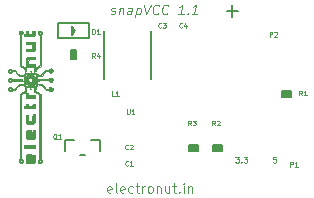
<source format=gto>
G04 #@! TF.FileFunction,Legend,Top*
%FSLAX46Y46*%
G04 Gerber Fmt 4.6, Leading zero omitted, Abs format (unit mm)*
G04 Created by KiCad (PCBNEW (2015-05-03 BZR 5637)-product) date 2015 September 30, Wednesday 16:42:48*
%MOMM*%
G01*
G04 APERTURE LIST*
%ADD10C,0.100000*%
%ADD11C,0.200000*%
%ADD12C,0.127000*%
%ADD13C,0.150000*%
%ADD14C,0.080000*%
%ADD15R,1.651000X1.651000*%
%ADD16C,1.651000*%
%ADD17R,0.650000X1.060000*%
%ADD18R,0.762000X0.889000*%
%ADD19C,3.216000*%
%ADD20R,1.100000X1.000000*%
%ADD21R,0.700000X0.900000*%
%ADD22R,1.000000X1.100000*%
%ADD23R,3.700000X1.200000*%
%ADD24R,1.016000X1.143000*%
G04 APERTURE END LIST*
D10*
X158869048Y-110216190D02*
X158630953Y-110216190D01*
X158607143Y-110454286D01*
X158630953Y-110430476D01*
X158678572Y-110406667D01*
X158797619Y-110406667D01*
X158845238Y-110430476D01*
X158869048Y-110454286D01*
X158892857Y-110501905D01*
X158892857Y-110620952D01*
X158869048Y-110668571D01*
X158845238Y-110692381D01*
X158797619Y-110716190D01*
X158678572Y-110716190D01*
X158630953Y-110692381D01*
X158607143Y-110668571D01*
X155432192Y-110216190D02*
X155741715Y-110216190D01*
X155575049Y-110406667D01*
X155646477Y-110406667D01*
X155694096Y-110430476D01*
X155717906Y-110454286D01*
X155741715Y-110501905D01*
X155741715Y-110620952D01*
X155717906Y-110668571D01*
X155694096Y-110692381D01*
X155646477Y-110716190D01*
X155503620Y-110716190D01*
X155456001Y-110692381D01*
X155432192Y-110668571D01*
X155956001Y-110668571D02*
X155979810Y-110692381D01*
X155956001Y-110716190D01*
X155932191Y-110692381D01*
X155956001Y-110668571D01*
X155956001Y-110716190D01*
X156146477Y-110216190D02*
X156456000Y-110216190D01*
X156289334Y-110406667D01*
X156360762Y-110406667D01*
X156408381Y-110430476D01*
X156432191Y-110454286D01*
X156456000Y-110501905D01*
X156456000Y-110620952D01*
X156432191Y-110668571D01*
X156408381Y-110692381D01*
X156360762Y-110716190D01*
X156217905Y-110716190D01*
X156170286Y-110692381D01*
X156146477Y-110668571D01*
D11*
X155670190Y-97879286D02*
X154717809Y-97879286D01*
X155193999Y-98355476D02*
X155193999Y-97403095D01*
D10*
X144932809Y-113226810D02*
X144856619Y-113264905D01*
X144704238Y-113264905D01*
X144628047Y-113226810D01*
X144589952Y-113150619D01*
X144589952Y-112845857D01*
X144628047Y-112769667D01*
X144704238Y-112731571D01*
X144856619Y-112731571D01*
X144932809Y-112769667D01*
X144970904Y-112845857D01*
X144970904Y-112922048D01*
X144589952Y-112998238D01*
X145428047Y-113264905D02*
X145351856Y-113226810D01*
X145313761Y-113150619D01*
X145313761Y-112464905D01*
X146037571Y-113226810D02*
X145961381Y-113264905D01*
X145809000Y-113264905D01*
X145732809Y-113226810D01*
X145694714Y-113150619D01*
X145694714Y-112845857D01*
X145732809Y-112769667D01*
X145809000Y-112731571D01*
X145961381Y-112731571D01*
X146037571Y-112769667D01*
X146075666Y-112845857D01*
X146075666Y-112922048D01*
X145694714Y-112998238D01*
X146761380Y-113226810D02*
X146685190Y-113264905D01*
X146532809Y-113264905D01*
X146456618Y-113226810D01*
X146418523Y-113188714D01*
X146380428Y-113112524D01*
X146380428Y-112883952D01*
X146418523Y-112807762D01*
X146456618Y-112769667D01*
X146532809Y-112731571D01*
X146685190Y-112731571D01*
X146761380Y-112769667D01*
X146989951Y-112731571D02*
X147294713Y-112731571D01*
X147104237Y-112464905D02*
X147104237Y-113150619D01*
X147142332Y-113226810D01*
X147218523Y-113264905D01*
X147294713Y-113264905D01*
X147561380Y-113264905D02*
X147561380Y-112731571D01*
X147561380Y-112883952D02*
X147599475Y-112807762D01*
X147637571Y-112769667D01*
X147713761Y-112731571D01*
X147789952Y-112731571D01*
X148170904Y-113264905D02*
X148094713Y-113226810D01*
X148056618Y-113188714D01*
X148018523Y-113112524D01*
X148018523Y-112883952D01*
X148056618Y-112807762D01*
X148094713Y-112769667D01*
X148170904Y-112731571D01*
X148285190Y-112731571D01*
X148361380Y-112769667D01*
X148399475Y-112807762D01*
X148437571Y-112883952D01*
X148437571Y-113112524D01*
X148399475Y-113188714D01*
X148361380Y-113226810D01*
X148285190Y-113264905D01*
X148170904Y-113264905D01*
X148780428Y-112731571D02*
X148780428Y-113264905D01*
X148780428Y-112807762D02*
X148818523Y-112769667D01*
X148894714Y-112731571D01*
X149009000Y-112731571D01*
X149085190Y-112769667D01*
X149123285Y-112845857D01*
X149123285Y-113264905D01*
X149847095Y-112731571D02*
X149847095Y-113264905D01*
X149504238Y-112731571D02*
X149504238Y-113150619D01*
X149542333Y-113226810D01*
X149618524Y-113264905D01*
X149732810Y-113264905D01*
X149809000Y-113226810D01*
X149847095Y-113188714D01*
X150113762Y-112731571D02*
X150418524Y-112731571D01*
X150228048Y-112464905D02*
X150228048Y-113150619D01*
X150266143Y-113226810D01*
X150342334Y-113264905D01*
X150418524Y-113264905D01*
X150685191Y-113188714D02*
X150723286Y-113226810D01*
X150685191Y-113264905D01*
X150647096Y-113226810D01*
X150685191Y-113188714D01*
X150685191Y-113264905D01*
X151066143Y-113264905D02*
X151066143Y-112731571D01*
X151066143Y-112464905D02*
X151028048Y-112503000D01*
X151066143Y-112541095D01*
X151104238Y-112503000D01*
X151066143Y-112464905D01*
X151066143Y-112541095D01*
X151447095Y-112731571D02*
X151447095Y-113264905D01*
X151447095Y-112807762D02*
X151485190Y-112769667D01*
X151561381Y-112731571D01*
X151675667Y-112731571D01*
X151751857Y-112769667D01*
X151789952Y-112845857D01*
X151789952Y-113264905D01*
X144892381Y-98113810D02*
X144963809Y-98151905D01*
X145116190Y-98151905D01*
X145197143Y-98113810D01*
X145244762Y-98037619D01*
X145249524Y-97999524D01*
X145220952Y-97923333D01*
X145149523Y-97885238D01*
X145035238Y-97885238D01*
X144963809Y-97847143D01*
X144935238Y-97770952D01*
X144940000Y-97732857D01*
X144987619Y-97656667D01*
X145068572Y-97618571D01*
X145182857Y-97618571D01*
X145254286Y-97656667D01*
X145640000Y-97618571D02*
X145573333Y-98151905D01*
X145630476Y-97694762D02*
X145673333Y-97656667D01*
X145754286Y-97618571D01*
X145868572Y-97618571D01*
X145940000Y-97656667D01*
X145968571Y-97732857D01*
X145916190Y-98151905D01*
X146640000Y-98151905D02*
X146692381Y-97732857D01*
X146663810Y-97656667D01*
X146592382Y-97618571D01*
X146440001Y-97618571D01*
X146359048Y-97656667D01*
X146644762Y-98113810D02*
X146563810Y-98151905D01*
X146373334Y-98151905D01*
X146301905Y-98113810D01*
X146273334Y-98037619D01*
X146282857Y-97961429D01*
X146330476Y-97885238D01*
X146411429Y-97847143D01*
X146601905Y-97847143D01*
X146682857Y-97809048D01*
X147087620Y-97618571D02*
X146987620Y-98418571D01*
X147082858Y-97656667D02*
X147163811Y-97618571D01*
X147316192Y-97618571D01*
X147387620Y-97656667D01*
X147420953Y-97694762D01*
X147449525Y-97770952D01*
X147420954Y-97999524D01*
X147373334Y-98075714D01*
X147330477Y-98113810D01*
X147249525Y-98151905D01*
X147097144Y-98151905D01*
X147025715Y-98113810D01*
X147730477Y-97351905D02*
X147897144Y-98151905D01*
X148263811Y-97351905D01*
X148897144Y-98075714D02*
X148854287Y-98113810D01*
X148735239Y-98151905D01*
X148659049Y-98151905D01*
X148549525Y-98113810D01*
X148482858Y-98037619D01*
X148454286Y-97961429D01*
X148435239Y-97809048D01*
X148449525Y-97694762D01*
X148506667Y-97542381D01*
X148554286Y-97466190D01*
X148640001Y-97390000D01*
X148759049Y-97351905D01*
X148835239Y-97351905D01*
X148944763Y-97390000D01*
X148978096Y-97428095D01*
X149697144Y-98075714D02*
X149654287Y-98113810D01*
X149535239Y-98151905D01*
X149459049Y-98151905D01*
X149349525Y-98113810D01*
X149282858Y-98037619D01*
X149254286Y-97961429D01*
X149235239Y-97809048D01*
X149249525Y-97694762D01*
X149306667Y-97542381D01*
X149354286Y-97466190D01*
X149440001Y-97390000D01*
X149559049Y-97351905D01*
X149635239Y-97351905D01*
X149744763Y-97390000D01*
X149778096Y-97428095D01*
X151059049Y-98151905D02*
X150601906Y-98151905D01*
X150830477Y-98151905D02*
X150930477Y-97351905D01*
X150840001Y-97466190D01*
X150754286Y-97542381D01*
X150673335Y-97580476D01*
X151411430Y-98075714D02*
X151444763Y-98113810D01*
X151401906Y-98151905D01*
X151368573Y-98113810D01*
X151411430Y-98075714D01*
X151401906Y-98151905D01*
X152201906Y-98151905D02*
X151744763Y-98151905D01*
X151973334Y-98151905D02*
X152073334Y-97351905D01*
X151982858Y-97466190D01*
X151897143Y-97542381D01*
X151816192Y-97580476D01*
D12*
X140398500Y-98933000D02*
X143065500Y-98933000D01*
X143065500Y-98933000D02*
X143065500Y-100203000D01*
X143065500Y-100203000D02*
X140398500Y-100203000D01*
X140398500Y-100203000D02*
X140398500Y-98933000D01*
X141605000Y-99187000D02*
X141605000Y-99949000D01*
X141605000Y-99949000D02*
X141732000Y-99758500D01*
X141732000Y-99758500D02*
X141859000Y-99568000D01*
X141859000Y-99568000D02*
X141732000Y-99377500D01*
X141732000Y-99377500D02*
X141605000Y-99187000D01*
X141668500Y-99314000D02*
X141668500Y-99822000D01*
X141732000Y-99377500D02*
X141732000Y-99758500D01*
D13*
X148304000Y-103600000D02*
X148304000Y-99600000D01*
X144304000Y-103600000D02*
X144304000Y-99600000D01*
D12*
X142303500Y-110109000D02*
X142684500Y-110109000D01*
X143954500Y-109728000D02*
X143954500Y-108839000D01*
X143954500Y-108839000D02*
X143192500Y-108839000D01*
X141795500Y-108839000D02*
X141033500Y-108839000D01*
X141033500Y-108839000D02*
X141033500Y-109728000D01*
D13*
G36*
X159385000Y-104673400D02*
X159385000Y-105130600D01*
X160147000Y-105130600D01*
X160147000Y-104673400D01*
X159385000Y-104673400D01*
G37*
X159385000Y-104673400D02*
X159385000Y-105130600D01*
X160147000Y-105130600D01*
X160147000Y-104673400D01*
X159385000Y-104673400D01*
G36*
X153543000Y-109245400D02*
X153543000Y-109702600D01*
X154305000Y-109702600D01*
X154305000Y-109245400D01*
X153543000Y-109245400D01*
G37*
X153543000Y-109245400D02*
X153543000Y-109702600D01*
X154305000Y-109702600D01*
X154305000Y-109245400D01*
X153543000Y-109245400D01*
G36*
X151511000Y-109245400D02*
X151511000Y-109702600D01*
X152273000Y-109702600D01*
X152273000Y-109245400D01*
X151511000Y-109245400D01*
G37*
X151511000Y-109245400D02*
X151511000Y-109702600D01*
X152273000Y-109702600D01*
X152273000Y-109245400D01*
X151511000Y-109245400D01*
D10*
G36*
X137247942Y-99544422D02*
X137307761Y-99548473D01*
X137365648Y-99575447D01*
X137396361Y-99602582D01*
X137426038Y-99640455D01*
X137254591Y-99640455D01*
X137215768Y-99655983D01*
X137210397Y-99660730D01*
X137190761Y-99697644D01*
X137190914Y-99740641D01*
X137209965Y-99777585D01*
X137219584Y-99785922D01*
X137264439Y-99805956D01*
X137304781Y-99798593D01*
X137329334Y-99779667D01*
X137353926Y-99738455D01*
X137352365Y-99694547D01*
X137334202Y-99664361D01*
X137298542Y-99643380D01*
X137254591Y-99640455D01*
X137426038Y-99640455D01*
X137426650Y-99641235D01*
X137439867Y-99678750D01*
X137442222Y-99716456D01*
X137430981Y-99787779D01*
X137397308Y-99842045D01*
X137355460Y-99872473D01*
X137315222Y-99893281D01*
X137315222Y-101194713D01*
X137315222Y-102496146D01*
X137526415Y-102616046D01*
X137737607Y-102735945D01*
X137738081Y-102851207D01*
X137739181Y-102907450D01*
X137741678Y-102953959D01*
X137745086Y-102982545D01*
X137746053Y-102986009D01*
X137744617Y-102998602D01*
X137723245Y-103001448D01*
X137703720Y-102999730D01*
X137653889Y-102993913D01*
X137653889Y-103066012D01*
X137653889Y-103138111D01*
X137893778Y-103138111D01*
X138133667Y-103138111D01*
X138133667Y-103068408D01*
X138133667Y-102998704D01*
X138080750Y-102992642D01*
X138027834Y-102986580D01*
X138084278Y-102988262D01*
X138140722Y-102989945D01*
X138144988Y-103064028D01*
X138149253Y-103138111D01*
X138280500Y-103138111D01*
X138411748Y-103138111D01*
X138420874Y-103030149D01*
X138425588Y-102961612D01*
X138428885Y-102889302D01*
X138430000Y-102833977D01*
X138430000Y-102745768D01*
X138640181Y-102624378D01*
X138709805Y-102583197D01*
X138770704Y-102545340D01*
X138818668Y-102513572D01*
X138849484Y-102490659D01*
X138858903Y-102480729D01*
X138860158Y-102463625D01*
X138861358Y-102420333D01*
X138862488Y-102352886D01*
X138863536Y-102263318D01*
X138864489Y-102153661D01*
X138865332Y-102025950D01*
X138866053Y-101882219D01*
X138866638Y-101724500D01*
X138867074Y-101554827D01*
X138867347Y-101375234D01*
X138867445Y-101187755D01*
X138867445Y-101182931D01*
X138867445Y-99907392D01*
X138826357Y-99886145D01*
X138769638Y-99843474D01*
X138735504Y-99787667D01*
X138726334Y-99734730D01*
X138737950Y-99662073D01*
X138771418Y-99606422D01*
X138824662Y-99569814D01*
X138895607Y-99554288D01*
X138910488Y-99553889D01*
X138954014Y-99558501D01*
X138988817Y-99576440D01*
X139016191Y-99601035D01*
X139047351Y-99638605D01*
X139049630Y-99642551D01*
X138900769Y-99642551D01*
X138861317Y-99650037D01*
X138831126Y-99674644D01*
X138815719Y-99710851D01*
X138820620Y-99753135D01*
X138830153Y-99771518D01*
X138864581Y-99801100D01*
X138910089Y-99807325D01*
X138953039Y-99793282D01*
X138975965Y-99767049D01*
X138981853Y-99729052D01*
X138971386Y-99689492D01*
X138945248Y-99658571D01*
X138943962Y-99657708D01*
X138900769Y-99642551D01*
X139049630Y-99642551D01*
X139069352Y-99676694D01*
X139073412Y-99688326D01*
X139074695Y-99744575D01*
X139055846Y-99803058D01*
X139021498Y-99852470D01*
X138998516Y-99871162D01*
X138953198Y-99899611D01*
X138952180Y-101226056D01*
X138951163Y-102552500D01*
X138739970Y-102672399D01*
X138528778Y-102792299D01*
X138528778Y-102898872D01*
X138528778Y-103005444D01*
X138479389Y-102999678D01*
X138430000Y-102993913D01*
X138430000Y-103066012D01*
X138430000Y-103138111D01*
X138480784Y-103138111D01*
X138543495Y-103147751D01*
X138600060Y-103173503D01*
X138641090Y-103210612D01*
X138648975Y-103223266D01*
X138656894Y-103236889D01*
X138093785Y-103236889D01*
X137968437Y-103237025D01*
X137868292Y-103237530D01*
X137790334Y-103238557D01*
X137731545Y-103240253D01*
X137688908Y-103242769D01*
X137659404Y-103246255D01*
X137640017Y-103250860D01*
X137627730Y-103256734D01*
X137623250Y-103260243D01*
X137615989Y-103268495D01*
X137610228Y-103280697D01*
X137607313Y-103293334D01*
X137436354Y-103293334D01*
X137435167Y-103293334D01*
X137390798Y-103294044D01*
X137367704Y-103298703D01*
X137358939Y-103311098D01*
X137357556Y-103335020D01*
X137357556Y-103335667D01*
X137358859Y-103359868D01*
X137367400Y-103372465D01*
X137390125Y-103377246D01*
X137433980Y-103378000D01*
X137435167Y-103378000D01*
X137479536Y-103377289D01*
X137502630Y-103372631D01*
X137511395Y-103360235D01*
X137512778Y-103336314D01*
X137512778Y-103335667D01*
X137511475Y-103311466D01*
X137502934Y-103298869D01*
X137480209Y-103294088D01*
X137436354Y-103293334D01*
X137607313Y-103293334D01*
X137605794Y-103299920D01*
X137602516Y-103329235D01*
X137600222Y-103371713D01*
X137598739Y-103430426D01*
X137597897Y-103508445D01*
X137597523Y-103608841D01*
X137597445Y-103721271D01*
X137597583Y-103845548D01*
X137598102Y-103944648D01*
X137599153Y-104021614D01*
X137600588Y-104069445D01*
X137436354Y-104069445D01*
X137435167Y-104069445D01*
X137390798Y-104070156D01*
X137367704Y-104074814D01*
X137358939Y-104087210D01*
X137357556Y-104111131D01*
X137357556Y-104111778D01*
X137358859Y-104135979D01*
X137367400Y-104148576D01*
X137390125Y-104153357D01*
X137433980Y-104154111D01*
X137435167Y-104154111D01*
X137479536Y-104153401D01*
X137502630Y-104148742D01*
X137511395Y-104136347D01*
X137512778Y-104112425D01*
X137512778Y-104111778D01*
X137511475Y-104087577D01*
X137502934Y-104074980D01*
X137480209Y-104070199D01*
X137436354Y-104069445D01*
X137600588Y-104069445D01*
X137600890Y-104079490D01*
X137603468Y-104121320D01*
X137607038Y-104150149D01*
X137611755Y-104169019D01*
X137617771Y-104180975D01*
X137620798Y-104184750D01*
X137628987Y-104191959D01*
X137641097Y-104197690D01*
X137660172Y-104202113D01*
X137689259Y-104205394D01*
X137731400Y-104207702D01*
X137789640Y-104209204D01*
X137867025Y-104210069D01*
X137966598Y-104210463D01*
X138088882Y-104210556D01*
X138214230Y-104210420D01*
X138314375Y-104209915D01*
X138392333Y-104208888D01*
X138451122Y-104207192D01*
X138493759Y-104204676D01*
X138523263Y-104201190D01*
X138542650Y-104196585D01*
X138554937Y-104190711D01*
X138559417Y-104187202D01*
X138566678Y-104178950D01*
X138572439Y-104166748D01*
X138576873Y-104147525D01*
X138580151Y-104118210D01*
X138582445Y-104075732D01*
X138583928Y-104017019D01*
X138584770Y-103939000D01*
X138585144Y-103838604D01*
X138585222Y-103726174D01*
X138585084Y-103601897D01*
X138584565Y-103502797D01*
X138583514Y-103425831D01*
X138581777Y-103367955D01*
X138579199Y-103326125D01*
X138575629Y-103297296D01*
X138570912Y-103278426D01*
X138564896Y-103266470D01*
X138561869Y-103262695D01*
X138553680Y-103255486D01*
X138541570Y-103249755D01*
X138522495Y-103245332D01*
X138493408Y-103242051D01*
X138451267Y-103239743D01*
X138393027Y-103238241D01*
X138315642Y-103237376D01*
X138216069Y-103236982D01*
X138093785Y-103236889D01*
X138656894Y-103236889D01*
X138658699Y-103239993D01*
X138670946Y-103251482D01*
X138691085Y-103259166D01*
X138724484Y-103264480D01*
X138776510Y-103268859D01*
X138833356Y-103272541D01*
X138940281Y-103279222D01*
X138740445Y-103279222D01*
X138698677Y-103280147D01*
X138677850Y-103285834D01*
X138670681Y-103300651D01*
X138669889Y-103321556D01*
X138671431Y-103346616D01*
X138680908Y-103359113D01*
X138705603Y-103363414D01*
X138740445Y-103363889D01*
X138782212Y-103362964D01*
X138803040Y-103357278D01*
X138810208Y-103342461D01*
X138811000Y-103321556D01*
X138809459Y-103296496D01*
X138799981Y-103283999D01*
X138775287Y-103279698D01*
X138740445Y-103279222D01*
X138940281Y-103279222D01*
X138997562Y-103282801D01*
X139197263Y-103083456D01*
X139396964Y-102884111D01*
X139509677Y-102883568D01*
X139565957Y-102882841D01*
X139601256Y-102879759D01*
X139622812Y-102871964D01*
X139637866Y-102857101D01*
X139650611Y-102837707D01*
X139694996Y-102789255D01*
X139752751Y-102758192D01*
X139814890Y-102748770D01*
X139833867Y-102750951D01*
X139892668Y-102774591D01*
X139938963Y-102817131D01*
X139953288Y-102843336D01*
X139785940Y-102843336D01*
X139750189Y-102855919D01*
X139741709Y-102863697D01*
X139723112Y-102904236D01*
X139725706Y-102947206D01*
X139746008Y-102984350D01*
X139780537Y-103007416D01*
X139803892Y-103011111D01*
X139842802Y-102999043D01*
X139870234Y-102968640D01*
X139882793Y-102928608D01*
X139877085Y-102887654D01*
X139861270Y-102863953D01*
X139827434Y-102846024D01*
X139785940Y-102843336D01*
X139953288Y-102843336D01*
X139968900Y-102871892D01*
X139978630Y-102932197D01*
X139967896Y-102983410D01*
X139932000Y-103039200D01*
X139882085Y-103076536D01*
X139824217Y-103094930D01*
X139764459Y-103093894D01*
X139708878Y-103072940D01*
X139663540Y-103031581D01*
X139649528Y-103009016D01*
X139636538Y-102987527D01*
X139620421Y-102975467D01*
X139593398Y-102970128D01*
X139547692Y-102968801D01*
X139534009Y-102968778D01*
X139439298Y-102968778D01*
X139241566Y-103164782D01*
X139043834Y-103360786D01*
X138902722Y-103369236D01*
X138836912Y-103372919D01*
X138776813Y-103375825D01*
X138731255Y-103377548D01*
X138715750Y-103377843D01*
X138669889Y-103378000D01*
X138669889Y-103517020D01*
X138669889Y-103656039D01*
X138786306Y-103665102D01*
X138833352Y-103667639D01*
X138903116Y-103669909D01*
X138990093Y-103671807D01*
X139088781Y-103673227D01*
X139193675Y-103674065D01*
X139265133Y-103674249D01*
X139375617Y-103674185D01*
X139461168Y-103673774D01*
X139525073Y-103672770D01*
X139570622Y-103670931D01*
X139601103Y-103668013D01*
X139619804Y-103663771D01*
X139630013Y-103657962D01*
X139635020Y-103650343D01*
X139636303Y-103646731D01*
X139659279Y-103610432D01*
X139699840Y-103575148D01*
X139748107Y-103548382D01*
X139777762Y-103539319D01*
X139838120Y-103541079D01*
X139893652Y-103565619D01*
X139939013Y-103607500D01*
X139953646Y-103633868D01*
X139824075Y-103633868D01*
X139782721Y-103635319D01*
X139745364Y-103654889D01*
X139730971Y-103674334D01*
X138740445Y-103674334D01*
X138698677Y-103675258D01*
X138677850Y-103680945D01*
X138670681Y-103695762D01*
X138669889Y-103716667D01*
X138671431Y-103741727D01*
X138680908Y-103754224D01*
X138705603Y-103758525D01*
X138740445Y-103759000D01*
X138782212Y-103758075D01*
X138803040Y-103752389D01*
X138810208Y-103737572D01*
X138811000Y-103716667D01*
X138809459Y-103691607D01*
X138799981Y-103679110D01*
X138775287Y-103674809D01*
X138740445Y-103674334D01*
X139730971Y-103674334D01*
X139720159Y-103688943D01*
X139714111Y-103719807D01*
X139726079Y-103752928D01*
X139755022Y-103782967D01*
X139790496Y-103800147D01*
X139801195Y-103801334D01*
X139841626Y-103789302D01*
X139870108Y-103758944D01*
X139883128Y-103718864D01*
X139877173Y-103677668D01*
X139861270Y-103654175D01*
X139824075Y-103633868D01*
X139953646Y-103633868D01*
X139968861Y-103661283D01*
X139977850Y-103721530D01*
X139975575Y-103740622D01*
X139956359Y-103789507D01*
X139921299Y-103836819D01*
X139919021Y-103839135D01*
X139881940Y-103870389D01*
X139845847Y-103883851D01*
X139813599Y-103886000D01*
X139741962Y-103875148D01*
X139685151Y-103844182D01*
X139650488Y-103801095D01*
X139628720Y-103759000D01*
X139265721Y-103759085D01*
X139159677Y-103759470D01*
X139056137Y-103760508D01*
X138960597Y-103762093D01*
X138878553Y-103764121D01*
X138815501Y-103766486D01*
X138786306Y-103768232D01*
X138669889Y-103777294D01*
X138669889Y-103907167D01*
X138669889Y-104037039D01*
X138786306Y-104046102D01*
X138850748Y-104050504D01*
X138913300Y-104053752D01*
X138961672Y-104055221D01*
X138966411Y-104055249D01*
X138988685Y-104055813D01*
X139008142Y-104059170D01*
X139028215Y-104067923D01*
X139052337Y-104084671D01*
X139083939Y-104112013D01*
X139126453Y-104152551D01*
X139183311Y-104208884D01*
X139227278Y-104252889D01*
X139424455Y-104450445D01*
X139521505Y-104450445D01*
X139573311Y-104449714D01*
X139606488Y-104445031D01*
X139630628Y-104432659D01*
X139655323Y-104408862D01*
X139669861Y-104392654D01*
X139706431Y-104356221D01*
X139740100Y-104337091D01*
X139782820Y-104328573D01*
X139784667Y-104328380D01*
X139853900Y-104333719D01*
X139912016Y-104362825D01*
X139954140Y-104412928D01*
X139954354Y-104413375D01*
X139804400Y-104413375D01*
X139778407Y-104419079D01*
X139763819Y-104427772D01*
X139728713Y-104463385D01*
X139719801Y-104504827D01*
X139733732Y-104541788D01*
X139769459Y-104577100D01*
X139811087Y-104585643D01*
X139849659Y-104570709D01*
X139873897Y-104548657D01*
X139881598Y-104518999D01*
X139880718Y-104495556D01*
X139872044Y-104455669D01*
X139849899Y-104431804D01*
X139836832Y-104424720D01*
X139804400Y-104413375D01*
X139954354Y-104413375D01*
X139961905Y-104429134D01*
X139978544Y-104480408D01*
X139978206Y-104523977D01*
X139961301Y-104573639D01*
X139924885Y-104626265D01*
X139873963Y-104659680D01*
X139815011Y-104673549D01*
X139754504Y-104667538D01*
X139698917Y-104641311D01*
X139654725Y-104594535D01*
X139651726Y-104589643D01*
X139638582Y-104569740D01*
X139623515Y-104557748D01*
X139599611Y-104551665D01*
X139559952Y-104549492D01*
X139512048Y-104549222D01*
X139396246Y-104549222D01*
X139191818Y-104343852D01*
X138987389Y-104138481D01*
X138899165Y-104142769D01*
X138810941Y-104147056D01*
X138810971Y-104101195D01*
X138809706Y-104074069D01*
X138801014Y-104060533D01*
X138777617Y-104055863D01*
X138740331Y-104055334D01*
X138669661Y-104055334D01*
X138671932Y-104115364D01*
X138663260Y-104186958D01*
X138632988Y-104244852D01*
X138583462Y-104284666D01*
X138580353Y-104286184D01*
X138531906Y-104309173D01*
X138531896Y-104309334D01*
X138472981Y-104309334D01*
X138472334Y-104309334D01*
X138448132Y-104310637D01*
X138435536Y-104319178D01*
X138430755Y-104341902D01*
X138430000Y-104385758D01*
X138430000Y-104386945D01*
X138430711Y-104431314D01*
X138435370Y-104454408D01*
X138447765Y-104463173D01*
X138471686Y-104464556D01*
X138472334Y-104464556D01*
X138496535Y-104463253D01*
X138509131Y-104454712D01*
X138513912Y-104431987D01*
X138514667Y-104388132D01*
X138514667Y-104386945D01*
X138513956Y-104342576D01*
X138509297Y-104319482D01*
X138496902Y-104310717D01*
X138472981Y-104309334D01*
X138531896Y-104309334D01*
X138521564Y-104481296D01*
X138517329Y-104542931D01*
X138514986Y-104589603D01*
X138517388Y-104625236D01*
X138527385Y-104653755D01*
X138547829Y-104679085D01*
X138581573Y-104705150D01*
X138631466Y-104735875D01*
X138700361Y-104775185D01*
X138759543Y-104808836D01*
X138952111Y-104919108D01*
X138952111Y-107669086D01*
X138952111Y-110419065D01*
X139005028Y-110467559D01*
X139037410Y-110500514D01*
X139041126Y-110507481D01*
X138905829Y-110507481D01*
X138863003Y-110508977D01*
X138825111Y-110532334D01*
X138801002Y-110571119D01*
X138800166Y-110609580D01*
X138818052Y-110642660D01*
X138850112Y-110665300D01*
X138891795Y-110672445D01*
X138938551Y-110659038D01*
X138938928Y-110658837D01*
X138959684Y-110633555D01*
X138966071Y-110594911D01*
X138957748Y-110554034D01*
X138942869Y-110529917D01*
X138905829Y-110507481D01*
X139041126Y-110507481D01*
X139053017Y-110529770D01*
X139057757Y-110568417D01*
X139057945Y-110584787D01*
X139047299Y-110658071D01*
X139015113Y-110713306D01*
X138961010Y-110751113D01*
X138955788Y-110753377D01*
X138889933Y-110767443D01*
X138827316Y-110757040D01*
X138773644Y-110725455D01*
X138734624Y-110675979D01*
X138716319Y-110615353D01*
X138719624Y-110543293D01*
X138746143Y-110484786D01*
X138794448Y-110442710D01*
X138804582Y-110437465D01*
X138853334Y-110414218D01*
X138853194Y-107689859D01*
X138853055Y-104965500D01*
X138641994Y-104845556D01*
X138430934Y-104725611D01*
X138430382Y-104633889D01*
X138428895Y-104572616D01*
X138425512Y-104498836D01*
X138420953Y-104428144D01*
X138420769Y-104425750D01*
X138411706Y-104309334D01*
X138224002Y-104309334D01*
X138036297Y-104309334D01*
X138031206Y-104390472D01*
X138026114Y-104471611D01*
X138023446Y-104390472D01*
X138020778Y-104309334D01*
X137888114Y-104309334D01*
X137755451Y-104309334D01*
X137696222Y-104309334D01*
X137671162Y-104310875D01*
X137658665Y-104320353D01*
X137654364Y-104345047D01*
X137653889Y-104379889D01*
X137654814Y-104421656D01*
X137660501Y-104442484D01*
X137675317Y-104449652D01*
X137696222Y-104450445D01*
X137721283Y-104448903D01*
X137733779Y-104439425D01*
X137738080Y-104414731D01*
X137738556Y-104379889D01*
X137737631Y-104338122D01*
X137731944Y-104317294D01*
X137717128Y-104310126D01*
X137696222Y-104309334D01*
X137755451Y-104309334D01*
X137746342Y-104475139D01*
X137742475Y-104544128D01*
X137738884Y-104605665D01*
X137735998Y-104652577D01*
X137734367Y-104676222D01*
X137729857Y-104691405D01*
X137716588Y-104708119D01*
X137691238Y-104728801D01*
X137650486Y-104755890D01*
X137591010Y-104791823D01*
X137523361Y-104831078D01*
X137315222Y-104950655D01*
X137315222Y-107677043D01*
X137315230Y-108003126D01*
X137315258Y-108302160D01*
X137315320Y-108575318D01*
X137315425Y-108823774D01*
X137315584Y-109048700D01*
X137315810Y-109251270D01*
X137316112Y-109432658D01*
X137316503Y-109594037D01*
X137316992Y-109736579D01*
X137317591Y-109861459D01*
X137318311Y-109969849D01*
X137319163Y-110062922D01*
X137320158Y-110141853D01*
X137321308Y-110207814D01*
X137322622Y-110261978D01*
X137324113Y-110305519D01*
X137325791Y-110339610D01*
X137327667Y-110365424D01*
X137329752Y-110384135D01*
X137332058Y-110396915D01*
X137334596Y-110404939D01*
X137337375Y-110409378D01*
X137340409Y-110411408D01*
X137340960Y-110411601D01*
X137385156Y-110438434D01*
X137422968Y-110484006D01*
X137426987Y-110493014D01*
X137291415Y-110493014D01*
X137251016Y-110501014D01*
X137213149Y-110533807D01*
X137211095Y-110536508D01*
X137192361Y-110565521D01*
X137190674Y-110587476D01*
X137203164Y-110614119D01*
X137223479Y-110640189D01*
X137252166Y-110650848D01*
X137280069Y-110652278D01*
X137320356Y-110648299D01*
X137343372Y-110633244D01*
X137351979Y-110619337D01*
X137362352Y-110571800D01*
X137344927Y-110528074D01*
X137329090Y-110510947D01*
X137291415Y-110493014D01*
X137426987Y-110493014D01*
X137447438Y-110538841D01*
X137452136Y-110563011D01*
X137446762Y-110628133D01*
X137419128Y-110683651D01*
X137374505Y-110725458D01*
X137318165Y-110749445D01*
X137255379Y-110751505D01*
X137221821Y-110742504D01*
X137166877Y-110708395D01*
X137125922Y-110657306D01*
X137105020Y-110597682D01*
X137103556Y-110577774D01*
X137111983Y-110529583D01*
X137133558Y-110481487D01*
X137162719Y-110443358D01*
X137188923Y-110426278D01*
X137192195Y-110424857D01*
X137195197Y-110421980D01*
X137197940Y-110416478D01*
X137200437Y-110407181D01*
X137202698Y-110392921D01*
X137204736Y-110372527D01*
X137206562Y-110344831D01*
X137208187Y-110308662D01*
X137209624Y-110262853D01*
X137210883Y-110206234D01*
X137211977Y-110137635D01*
X137212918Y-110055887D01*
X137213716Y-109959821D01*
X137214384Y-109848267D01*
X137214933Y-109720057D01*
X137215375Y-109574021D01*
X137215721Y-109408989D01*
X137215983Y-109223792D01*
X137216173Y-109017262D01*
X137216302Y-108788228D01*
X137216382Y-108535522D01*
X137216425Y-108257974D01*
X137216442Y-107954415D01*
X137216445Y-107661082D01*
X137216445Y-104904620D01*
X137428111Y-104782056D01*
X137639778Y-104659491D01*
X137639778Y-104477357D01*
X137639216Y-104400300D01*
X137637247Y-104347507D01*
X137633443Y-104315039D01*
X137627379Y-104298955D01*
X137620073Y-104295222D01*
X137600539Y-104285226D01*
X137572166Y-104260712D01*
X137542845Y-104229892D01*
X137520466Y-104200981D01*
X137512778Y-104183534D01*
X137499604Y-104178042D01*
X137463768Y-104171990D01*
X137410802Y-104166128D01*
X137348659Y-104161352D01*
X137184540Y-104151097D01*
X136985121Y-104350160D01*
X136785703Y-104549222D01*
X136670856Y-104549222D01*
X136556010Y-104549222D01*
X136528372Y-104596065D01*
X136494865Y-104634673D01*
X136448101Y-104667513D01*
X136399492Y-104687442D01*
X136377775Y-104690334D01*
X136327499Y-104679226D01*
X136275875Y-104650759D01*
X136235312Y-104612220D01*
X136229029Y-104602988D01*
X136204235Y-104537039D01*
X136205438Y-104467890D01*
X136221850Y-104421761D01*
X136259236Y-104376578D01*
X136310940Y-104348873D01*
X136369980Y-104338563D01*
X136429373Y-104345567D01*
X136482136Y-104369800D01*
X136521286Y-104411181D01*
X136528667Y-104425396D01*
X136528770Y-104425592D01*
X136394051Y-104425592D01*
X136351225Y-104427089D01*
X136313334Y-104450445D01*
X136289224Y-104489230D01*
X136288388Y-104527691D01*
X136306274Y-104560771D01*
X136338334Y-104583411D01*
X136380017Y-104590556D01*
X136426774Y-104577149D01*
X136427150Y-104576948D01*
X136447906Y-104551666D01*
X136454293Y-104513022D01*
X136445971Y-104472145D01*
X136431091Y-104448028D01*
X136394051Y-104425592D01*
X136528770Y-104425592D01*
X136539468Y-104445914D01*
X136553952Y-104457635D01*
X136579409Y-104463012D01*
X136623133Y-104464500D01*
X136645051Y-104464556D01*
X136744100Y-104464556D01*
X136941278Y-104267000D01*
X137009019Y-104199380D01*
X137060319Y-104149247D01*
X137098547Y-104113991D01*
X137127077Y-104091001D01*
X137149280Y-104077668D01*
X137168527Y-104071380D01*
X137188190Y-104069528D01*
X137196449Y-104069445D01*
X137237404Y-104068422D01*
X137295950Y-104065697D01*
X137361544Y-104061786D01*
X137383610Y-104060276D01*
X137512778Y-104051108D01*
X137512778Y-103921257D01*
X137512778Y-103791406D01*
X137396361Y-103782343D01*
X137349588Y-103779827D01*
X137280023Y-103777572D01*
X137193098Y-103775681D01*
X137094242Y-103774257D01*
X136988885Y-103773402D01*
X136911793Y-103773196D01*
X136543641Y-103773111D01*
X136527553Y-103808422D01*
X136496954Y-103847546D01*
X136449462Y-103879709D01*
X136396404Y-103898090D01*
X136375393Y-103900059D01*
X136325866Y-103888973D01*
X136274333Y-103860495D01*
X136232394Y-103821958D01*
X136218497Y-103800910D01*
X136206541Y-103763001D01*
X136200747Y-103716669D01*
X136200653Y-103711479D01*
X136204663Y-103673540D01*
X136220636Y-103641115D01*
X136253978Y-103603372D01*
X136255229Y-103602118D01*
X136291546Y-103569158D01*
X136322294Y-103552804D01*
X136359454Y-103547562D01*
X136374682Y-103547334D01*
X136423844Y-103552014D01*
X136462800Y-103570127D01*
X136489231Y-103591129D01*
X136518979Y-103621162D01*
X136526542Y-103632000D01*
X136376834Y-103632000D01*
X136350763Y-103642256D01*
X136320233Y-103666739D01*
X136295077Y-103696020D01*
X136285111Y-103719941D01*
X136295924Y-103752548D01*
X136321445Y-103785014D01*
X136351298Y-103804266D01*
X136352234Y-103804524D01*
X136396048Y-103803532D01*
X136434916Y-103782329D01*
X136453882Y-103755804D01*
X136465170Y-103722399D01*
X136462295Y-103699913D01*
X136442293Y-103675104D01*
X136433919Y-103666637D01*
X136404182Y-103642985D01*
X136378473Y-103632083D01*
X136376834Y-103632000D01*
X136526542Y-103632000D01*
X136536823Y-103646731D01*
X136539111Y-103654629D01*
X136543115Y-103660441D01*
X136556976Y-103665027D01*
X136583472Y-103668523D01*
X136625382Y-103671060D01*
X136685481Y-103672774D01*
X136766548Y-103673798D01*
X136871359Y-103674265D01*
X136948334Y-103674334D01*
X137357556Y-103674334D01*
X137357556Y-103723722D01*
X137357556Y-103773111D01*
X137434150Y-103773111D01*
X137510743Y-103773111D01*
X137511858Y-103584710D01*
X137512973Y-103396309D01*
X137396459Y-103387239D01*
X137330594Y-103382805D01*
X137265275Y-103379548D01*
X137213556Y-103378105D01*
X137209200Y-103378085D01*
X137138455Y-103378000D01*
X136941278Y-103180445D01*
X136744100Y-102982889D01*
X136645134Y-102982978D01*
X136592789Y-102983747D01*
X136560945Y-102987674D01*
X136541886Y-102997363D01*
X136527895Y-103015419D01*
X136522701Y-103024314D01*
X136481509Y-103072782D01*
X136429605Y-103099743D01*
X136372534Y-103106759D01*
X136315842Y-103095392D01*
X136265071Y-103067205D01*
X136225769Y-103023761D01*
X136203478Y-102966622D01*
X136200445Y-102933500D01*
X136213301Y-102866881D01*
X136248889Y-102812700D01*
X136302742Y-102775873D01*
X136356152Y-102762192D01*
X136424033Y-102765091D01*
X136476921Y-102790471D01*
X136517917Y-102838110D01*
X136524631Y-102847966D01*
X136377745Y-102847966D01*
X136339170Y-102856689D01*
X136308703Y-102881690D01*
X136292180Y-102917220D01*
X136295440Y-102957533D01*
X136303900Y-102974185D01*
X136339821Y-103010222D01*
X136381200Y-103019523D01*
X136419858Y-103004901D01*
X136448278Y-102971577D01*
X136456176Y-102929055D01*
X136443641Y-102887416D01*
X136418589Y-102861268D01*
X136377745Y-102847966D01*
X136524631Y-102847966D01*
X136533127Y-102860435D01*
X136548898Y-102873813D01*
X136572477Y-102880580D01*
X136611111Y-102883074D01*
X136658885Y-102883568D01*
X136771603Y-102884111D01*
X136978066Y-103090230D01*
X137184528Y-103296349D01*
X137348653Y-103286094D01*
X137412904Y-103281122D01*
X137465359Y-103275240D01*
X137500488Y-103269195D01*
X137512778Y-103263911D01*
X137522187Y-103244221D01*
X137545247Y-103214987D01*
X137574208Y-103184435D01*
X137601319Y-103160795D01*
X137617982Y-103152222D01*
X137627165Y-103138998D01*
X137635876Y-103102872D01*
X137643477Y-103049164D01*
X137649330Y-102983194D01*
X137652800Y-102910282D01*
X137653462Y-102855889D01*
X137653204Y-102792389D01*
X137442059Y-102672445D01*
X137230914Y-102552500D01*
X137230646Y-101226056D01*
X137230377Y-99899611D01*
X137189344Y-99876268D01*
X137135647Y-99830743D01*
X137104570Y-99770280D01*
X137097784Y-99716182D01*
X137111110Y-99649173D01*
X137144193Y-99596835D01*
X137191612Y-99561230D01*
X137247942Y-99544422D01*
X137247942Y-99544422D01*
X137247942Y-99544422D01*
G37*
X137247942Y-99544422D02*
X137307761Y-99548473D01*
X137365648Y-99575447D01*
X137396361Y-99602582D01*
X137426038Y-99640455D01*
X137254591Y-99640455D01*
X137215768Y-99655983D01*
X137210397Y-99660730D01*
X137190761Y-99697644D01*
X137190914Y-99740641D01*
X137209965Y-99777585D01*
X137219584Y-99785922D01*
X137264439Y-99805956D01*
X137304781Y-99798593D01*
X137329334Y-99779667D01*
X137353926Y-99738455D01*
X137352365Y-99694547D01*
X137334202Y-99664361D01*
X137298542Y-99643380D01*
X137254591Y-99640455D01*
X137426038Y-99640455D01*
X137426650Y-99641235D01*
X137439867Y-99678750D01*
X137442222Y-99716456D01*
X137430981Y-99787779D01*
X137397308Y-99842045D01*
X137355460Y-99872473D01*
X137315222Y-99893281D01*
X137315222Y-101194713D01*
X137315222Y-102496146D01*
X137526415Y-102616046D01*
X137737607Y-102735945D01*
X137738081Y-102851207D01*
X137739181Y-102907450D01*
X137741678Y-102953959D01*
X137745086Y-102982545D01*
X137746053Y-102986009D01*
X137744617Y-102998602D01*
X137723245Y-103001448D01*
X137703720Y-102999730D01*
X137653889Y-102993913D01*
X137653889Y-103066012D01*
X137653889Y-103138111D01*
X137893778Y-103138111D01*
X138133667Y-103138111D01*
X138133667Y-103068408D01*
X138133667Y-102998704D01*
X138080750Y-102992642D01*
X138027834Y-102986580D01*
X138084278Y-102988262D01*
X138140722Y-102989945D01*
X138144988Y-103064028D01*
X138149253Y-103138111D01*
X138280500Y-103138111D01*
X138411748Y-103138111D01*
X138420874Y-103030149D01*
X138425588Y-102961612D01*
X138428885Y-102889302D01*
X138430000Y-102833977D01*
X138430000Y-102745768D01*
X138640181Y-102624378D01*
X138709805Y-102583197D01*
X138770704Y-102545340D01*
X138818668Y-102513572D01*
X138849484Y-102490659D01*
X138858903Y-102480729D01*
X138860158Y-102463625D01*
X138861358Y-102420333D01*
X138862488Y-102352886D01*
X138863536Y-102263318D01*
X138864489Y-102153661D01*
X138865332Y-102025950D01*
X138866053Y-101882219D01*
X138866638Y-101724500D01*
X138867074Y-101554827D01*
X138867347Y-101375234D01*
X138867445Y-101187755D01*
X138867445Y-101182931D01*
X138867445Y-99907392D01*
X138826357Y-99886145D01*
X138769638Y-99843474D01*
X138735504Y-99787667D01*
X138726334Y-99734730D01*
X138737950Y-99662073D01*
X138771418Y-99606422D01*
X138824662Y-99569814D01*
X138895607Y-99554288D01*
X138910488Y-99553889D01*
X138954014Y-99558501D01*
X138988817Y-99576440D01*
X139016191Y-99601035D01*
X139047351Y-99638605D01*
X139049630Y-99642551D01*
X138900769Y-99642551D01*
X138861317Y-99650037D01*
X138831126Y-99674644D01*
X138815719Y-99710851D01*
X138820620Y-99753135D01*
X138830153Y-99771518D01*
X138864581Y-99801100D01*
X138910089Y-99807325D01*
X138953039Y-99793282D01*
X138975965Y-99767049D01*
X138981853Y-99729052D01*
X138971386Y-99689492D01*
X138945248Y-99658571D01*
X138943962Y-99657708D01*
X138900769Y-99642551D01*
X139049630Y-99642551D01*
X139069352Y-99676694D01*
X139073412Y-99688326D01*
X139074695Y-99744575D01*
X139055846Y-99803058D01*
X139021498Y-99852470D01*
X138998516Y-99871162D01*
X138953198Y-99899611D01*
X138952180Y-101226056D01*
X138951163Y-102552500D01*
X138739970Y-102672399D01*
X138528778Y-102792299D01*
X138528778Y-102898872D01*
X138528778Y-103005444D01*
X138479389Y-102999678D01*
X138430000Y-102993913D01*
X138430000Y-103066012D01*
X138430000Y-103138111D01*
X138480784Y-103138111D01*
X138543495Y-103147751D01*
X138600060Y-103173503D01*
X138641090Y-103210612D01*
X138648975Y-103223266D01*
X138656894Y-103236889D01*
X138093785Y-103236889D01*
X137968437Y-103237025D01*
X137868292Y-103237530D01*
X137790334Y-103238557D01*
X137731545Y-103240253D01*
X137688908Y-103242769D01*
X137659404Y-103246255D01*
X137640017Y-103250860D01*
X137627730Y-103256734D01*
X137623250Y-103260243D01*
X137615989Y-103268495D01*
X137610228Y-103280697D01*
X137607313Y-103293334D01*
X137436354Y-103293334D01*
X137435167Y-103293334D01*
X137390798Y-103294044D01*
X137367704Y-103298703D01*
X137358939Y-103311098D01*
X137357556Y-103335020D01*
X137357556Y-103335667D01*
X137358859Y-103359868D01*
X137367400Y-103372465D01*
X137390125Y-103377246D01*
X137433980Y-103378000D01*
X137435167Y-103378000D01*
X137479536Y-103377289D01*
X137502630Y-103372631D01*
X137511395Y-103360235D01*
X137512778Y-103336314D01*
X137512778Y-103335667D01*
X137511475Y-103311466D01*
X137502934Y-103298869D01*
X137480209Y-103294088D01*
X137436354Y-103293334D01*
X137607313Y-103293334D01*
X137605794Y-103299920D01*
X137602516Y-103329235D01*
X137600222Y-103371713D01*
X137598739Y-103430426D01*
X137597897Y-103508445D01*
X137597523Y-103608841D01*
X137597445Y-103721271D01*
X137597583Y-103845548D01*
X137598102Y-103944648D01*
X137599153Y-104021614D01*
X137600588Y-104069445D01*
X137436354Y-104069445D01*
X137435167Y-104069445D01*
X137390798Y-104070156D01*
X137367704Y-104074814D01*
X137358939Y-104087210D01*
X137357556Y-104111131D01*
X137357556Y-104111778D01*
X137358859Y-104135979D01*
X137367400Y-104148576D01*
X137390125Y-104153357D01*
X137433980Y-104154111D01*
X137435167Y-104154111D01*
X137479536Y-104153401D01*
X137502630Y-104148742D01*
X137511395Y-104136347D01*
X137512778Y-104112425D01*
X137512778Y-104111778D01*
X137511475Y-104087577D01*
X137502934Y-104074980D01*
X137480209Y-104070199D01*
X137436354Y-104069445D01*
X137600588Y-104069445D01*
X137600890Y-104079490D01*
X137603468Y-104121320D01*
X137607038Y-104150149D01*
X137611755Y-104169019D01*
X137617771Y-104180975D01*
X137620798Y-104184750D01*
X137628987Y-104191959D01*
X137641097Y-104197690D01*
X137660172Y-104202113D01*
X137689259Y-104205394D01*
X137731400Y-104207702D01*
X137789640Y-104209204D01*
X137867025Y-104210069D01*
X137966598Y-104210463D01*
X138088882Y-104210556D01*
X138214230Y-104210420D01*
X138314375Y-104209915D01*
X138392333Y-104208888D01*
X138451122Y-104207192D01*
X138493759Y-104204676D01*
X138523263Y-104201190D01*
X138542650Y-104196585D01*
X138554937Y-104190711D01*
X138559417Y-104187202D01*
X138566678Y-104178950D01*
X138572439Y-104166748D01*
X138576873Y-104147525D01*
X138580151Y-104118210D01*
X138582445Y-104075732D01*
X138583928Y-104017019D01*
X138584770Y-103939000D01*
X138585144Y-103838604D01*
X138585222Y-103726174D01*
X138585084Y-103601897D01*
X138584565Y-103502797D01*
X138583514Y-103425831D01*
X138581777Y-103367955D01*
X138579199Y-103326125D01*
X138575629Y-103297296D01*
X138570912Y-103278426D01*
X138564896Y-103266470D01*
X138561869Y-103262695D01*
X138553680Y-103255486D01*
X138541570Y-103249755D01*
X138522495Y-103245332D01*
X138493408Y-103242051D01*
X138451267Y-103239743D01*
X138393027Y-103238241D01*
X138315642Y-103237376D01*
X138216069Y-103236982D01*
X138093785Y-103236889D01*
X138656894Y-103236889D01*
X138658699Y-103239993D01*
X138670946Y-103251482D01*
X138691085Y-103259166D01*
X138724484Y-103264480D01*
X138776510Y-103268859D01*
X138833356Y-103272541D01*
X138940281Y-103279222D01*
X138740445Y-103279222D01*
X138698677Y-103280147D01*
X138677850Y-103285834D01*
X138670681Y-103300651D01*
X138669889Y-103321556D01*
X138671431Y-103346616D01*
X138680908Y-103359113D01*
X138705603Y-103363414D01*
X138740445Y-103363889D01*
X138782212Y-103362964D01*
X138803040Y-103357278D01*
X138810208Y-103342461D01*
X138811000Y-103321556D01*
X138809459Y-103296496D01*
X138799981Y-103283999D01*
X138775287Y-103279698D01*
X138740445Y-103279222D01*
X138940281Y-103279222D01*
X138997562Y-103282801D01*
X139197263Y-103083456D01*
X139396964Y-102884111D01*
X139509677Y-102883568D01*
X139565957Y-102882841D01*
X139601256Y-102879759D01*
X139622812Y-102871964D01*
X139637866Y-102857101D01*
X139650611Y-102837707D01*
X139694996Y-102789255D01*
X139752751Y-102758192D01*
X139814890Y-102748770D01*
X139833867Y-102750951D01*
X139892668Y-102774591D01*
X139938963Y-102817131D01*
X139953288Y-102843336D01*
X139785940Y-102843336D01*
X139750189Y-102855919D01*
X139741709Y-102863697D01*
X139723112Y-102904236D01*
X139725706Y-102947206D01*
X139746008Y-102984350D01*
X139780537Y-103007416D01*
X139803892Y-103011111D01*
X139842802Y-102999043D01*
X139870234Y-102968640D01*
X139882793Y-102928608D01*
X139877085Y-102887654D01*
X139861270Y-102863953D01*
X139827434Y-102846024D01*
X139785940Y-102843336D01*
X139953288Y-102843336D01*
X139968900Y-102871892D01*
X139978630Y-102932197D01*
X139967896Y-102983410D01*
X139932000Y-103039200D01*
X139882085Y-103076536D01*
X139824217Y-103094930D01*
X139764459Y-103093894D01*
X139708878Y-103072940D01*
X139663540Y-103031581D01*
X139649528Y-103009016D01*
X139636538Y-102987527D01*
X139620421Y-102975467D01*
X139593398Y-102970128D01*
X139547692Y-102968801D01*
X139534009Y-102968778D01*
X139439298Y-102968778D01*
X139241566Y-103164782D01*
X139043834Y-103360786D01*
X138902722Y-103369236D01*
X138836912Y-103372919D01*
X138776813Y-103375825D01*
X138731255Y-103377548D01*
X138715750Y-103377843D01*
X138669889Y-103378000D01*
X138669889Y-103517020D01*
X138669889Y-103656039D01*
X138786306Y-103665102D01*
X138833352Y-103667639D01*
X138903116Y-103669909D01*
X138990093Y-103671807D01*
X139088781Y-103673227D01*
X139193675Y-103674065D01*
X139265133Y-103674249D01*
X139375617Y-103674185D01*
X139461168Y-103673774D01*
X139525073Y-103672770D01*
X139570622Y-103670931D01*
X139601103Y-103668013D01*
X139619804Y-103663771D01*
X139630013Y-103657962D01*
X139635020Y-103650343D01*
X139636303Y-103646731D01*
X139659279Y-103610432D01*
X139699840Y-103575148D01*
X139748107Y-103548382D01*
X139777762Y-103539319D01*
X139838120Y-103541079D01*
X139893652Y-103565619D01*
X139939013Y-103607500D01*
X139953646Y-103633868D01*
X139824075Y-103633868D01*
X139782721Y-103635319D01*
X139745364Y-103654889D01*
X139730971Y-103674334D01*
X138740445Y-103674334D01*
X138698677Y-103675258D01*
X138677850Y-103680945D01*
X138670681Y-103695762D01*
X138669889Y-103716667D01*
X138671431Y-103741727D01*
X138680908Y-103754224D01*
X138705603Y-103758525D01*
X138740445Y-103759000D01*
X138782212Y-103758075D01*
X138803040Y-103752389D01*
X138810208Y-103737572D01*
X138811000Y-103716667D01*
X138809459Y-103691607D01*
X138799981Y-103679110D01*
X138775287Y-103674809D01*
X138740445Y-103674334D01*
X139730971Y-103674334D01*
X139720159Y-103688943D01*
X139714111Y-103719807D01*
X139726079Y-103752928D01*
X139755022Y-103782967D01*
X139790496Y-103800147D01*
X139801195Y-103801334D01*
X139841626Y-103789302D01*
X139870108Y-103758944D01*
X139883128Y-103718864D01*
X139877173Y-103677668D01*
X139861270Y-103654175D01*
X139824075Y-103633868D01*
X139953646Y-103633868D01*
X139968861Y-103661283D01*
X139977850Y-103721530D01*
X139975575Y-103740622D01*
X139956359Y-103789507D01*
X139921299Y-103836819D01*
X139919021Y-103839135D01*
X139881940Y-103870389D01*
X139845847Y-103883851D01*
X139813599Y-103886000D01*
X139741962Y-103875148D01*
X139685151Y-103844182D01*
X139650488Y-103801095D01*
X139628720Y-103759000D01*
X139265721Y-103759085D01*
X139159677Y-103759470D01*
X139056137Y-103760508D01*
X138960597Y-103762093D01*
X138878553Y-103764121D01*
X138815501Y-103766486D01*
X138786306Y-103768232D01*
X138669889Y-103777294D01*
X138669889Y-103907167D01*
X138669889Y-104037039D01*
X138786306Y-104046102D01*
X138850748Y-104050504D01*
X138913300Y-104053752D01*
X138961672Y-104055221D01*
X138966411Y-104055249D01*
X138988685Y-104055813D01*
X139008142Y-104059170D01*
X139028215Y-104067923D01*
X139052337Y-104084671D01*
X139083939Y-104112013D01*
X139126453Y-104152551D01*
X139183311Y-104208884D01*
X139227278Y-104252889D01*
X139424455Y-104450445D01*
X139521505Y-104450445D01*
X139573311Y-104449714D01*
X139606488Y-104445031D01*
X139630628Y-104432659D01*
X139655323Y-104408862D01*
X139669861Y-104392654D01*
X139706431Y-104356221D01*
X139740100Y-104337091D01*
X139782820Y-104328573D01*
X139784667Y-104328380D01*
X139853900Y-104333719D01*
X139912016Y-104362825D01*
X139954140Y-104412928D01*
X139954354Y-104413375D01*
X139804400Y-104413375D01*
X139778407Y-104419079D01*
X139763819Y-104427772D01*
X139728713Y-104463385D01*
X139719801Y-104504827D01*
X139733732Y-104541788D01*
X139769459Y-104577100D01*
X139811087Y-104585643D01*
X139849659Y-104570709D01*
X139873897Y-104548657D01*
X139881598Y-104518999D01*
X139880718Y-104495556D01*
X139872044Y-104455669D01*
X139849899Y-104431804D01*
X139836832Y-104424720D01*
X139804400Y-104413375D01*
X139954354Y-104413375D01*
X139961905Y-104429134D01*
X139978544Y-104480408D01*
X139978206Y-104523977D01*
X139961301Y-104573639D01*
X139924885Y-104626265D01*
X139873963Y-104659680D01*
X139815011Y-104673549D01*
X139754504Y-104667538D01*
X139698917Y-104641311D01*
X139654725Y-104594535D01*
X139651726Y-104589643D01*
X139638582Y-104569740D01*
X139623515Y-104557748D01*
X139599611Y-104551665D01*
X139559952Y-104549492D01*
X139512048Y-104549222D01*
X139396246Y-104549222D01*
X139191818Y-104343852D01*
X138987389Y-104138481D01*
X138899165Y-104142769D01*
X138810941Y-104147056D01*
X138810971Y-104101195D01*
X138809706Y-104074069D01*
X138801014Y-104060533D01*
X138777617Y-104055863D01*
X138740331Y-104055334D01*
X138669661Y-104055334D01*
X138671932Y-104115364D01*
X138663260Y-104186958D01*
X138632988Y-104244852D01*
X138583462Y-104284666D01*
X138580353Y-104286184D01*
X138531906Y-104309173D01*
X138531896Y-104309334D01*
X138472981Y-104309334D01*
X138472334Y-104309334D01*
X138448132Y-104310637D01*
X138435536Y-104319178D01*
X138430755Y-104341902D01*
X138430000Y-104385758D01*
X138430000Y-104386945D01*
X138430711Y-104431314D01*
X138435370Y-104454408D01*
X138447765Y-104463173D01*
X138471686Y-104464556D01*
X138472334Y-104464556D01*
X138496535Y-104463253D01*
X138509131Y-104454712D01*
X138513912Y-104431987D01*
X138514667Y-104388132D01*
X138514667Y-104386945D01*
X138513956Y-104342576D01*
X138509297Y-104319482D01*
X138496902Y-104310717D01*
X138472981Y-104309334D01*
X138531896Y-104309334D01*
X138521564Y-104481296D01*
X138517329Y-104542931D01*
X138514986Y-104589603D01*
X138517388Y-104625236D01*
X138527385Y-104653755D01*
X138547829Y-104679085D01*
X138581573Y-104705150D01*
X138631466Y-104735875D01*
X138700361Y-104775185D01*
X138759543Y-104808836D01*
X138952111Y-104919108D01*
X138952111Y-107669086D01*
X138952111Y-110419065D01*
X139005028Y-110467559D01*
X139037410Y-110500514D01*
X139041126Y-110507481D01*
X138905829Y-110507481D01*
X138863003Y-110508977D01*
X138825111Y-110532334D01*
X138801002Y-110571119D01*
X138800166Y-110609580D01*
X138818052Y-110642660D01*
X138850112Y-110665300D01*
X138891795Y-110672445D01*
X138938551Y-110659038D01*
X138938928Y-110658837D01*
X138959684Y-110633555D01*
X138966071Y-110594911D01*
X138957748Y-110554034D01*
X138942869Y-110529917D01*
X138905829Y-110507481D01*
X139041126Y-110507481D01*
X139053017Y-110529770D01*
X139057757Y-110568417D01*
X139057945Y-110584787D01*
X139047299Y-110658071D01*
X139015113Y-110713306D01*
X138961010Y-110751113D01*
X138955788Y-110753377D01*
X138889933Y-110767443D01*
X138827316Y-110757040D01*
X138773644Y-110725455D01*
X138734624Y-110675979D01*
X138716319Y-110615353D01*
X138719624Y-110543293D01*
X138746143Y-110484786D01*
X138794448Y-110442710D01*
X138804582Y-110437465D01*
X138853334Y-110414218D01*
X138853194Y-107689859D01*
X138853055Y-104965500D01*
X138641994Y-104845556D01*
X138430934Y-104725611D01*
X138430382Y-104633889D01*
X138428895Y-104572616D01*
X138425512Y-104498836D01*
X138420953Y-104428144D01*
X138420769Y-104425750D01*
X138411706Y-104309334D01*
X138224002Y-104309334D01*
X138036297Y-104309334D01*
X138031206Y-104390472D01*
X138026114Y-104471611D01*
X138023446Y-104390472D01*
X138020778Y-104309334D01*
X137888114Y-104309334D01*
X137755451Y-104309334D01*
X137696222Y-104309334D01*
X137671162Y-104310875D01*
X137658665Y-104320353D01*
X137654364Y-104345047D01*
X137653889Y-104379889D01*
X137654814Y-104421656D01*
X137660501Y-104442484D01*
X137675317Y-104449652D01*
X137696222Y-104450445D01*
X137721283Y-104448903D01*
X137733779Y-104439425D01*
X137738080Y-104414731D01*
X137738556Y-104379889D01*
X137737631Y-104338122D01*
X137731944Y-104317294D01*
X137717128Y-104310126D01*
X137696222Y-104309334D01*
X137755451Y-104309334D01*
X137746342Y-104475139D01*
X137742475Y-104544128D01*
X137738884Y-104605665D01*
X137735998Y-104652577D01*
X137734367Y-104676222D01*
X137729857Y-104691405D01*
X137716588Y-104708119D01*
X137691238Y-104728801D01*
X137650486Y-104755890D01*
X137591010Y-104791823D01*
X137523361Y-104831078D01*
X137315222Y-104950655D01*
X137315222Y-107677043D01*
X137315230Y-108003126D01*
X137315258Y-108302160D01*
X137315320Y-108575318D01*
X137315425Y-108823774D01*
X137315584Y-109048700D01*
X137315810Y-109251270D01*
X137316112Y-109432658D01*
X137316503Y-109594037D01*
X137316992Y-109736579D01*
X137317591Y-109861459D01*
X137318311Y-109969849D01*
X137319163Y-110062922D01*
X137320158Y-110141853D01*
X137321308Y-110207814D01*
X137322622Y-110261978D01*
X137324113Y-110305519D01*
X137325791Y-110339610D01*
X137327667Y-110365424D01*
X137329752Y-110384135D01*
X137332058Y-110396915D01*
X137334596Y-110404939D01*
X137337375Y-110409378D01*
X137340409Y-110411408D01*
X137340960Y-110411601D01*
X137385156Y-110438434D01*
X137422968Y-110484006D01*
X137426987Y-110493014D01*
X137291415Y-110493014D01*
X137251016Y-110501014D01*
X137213149Y-110533807D01*
X137211095Y-110536508D01*
X137192361Y-110565521D01*
X137190674Y-110587476D01*
X137203164Y-110614119D01*
X137223479Y-110640189D01*
X137252166Y-110650848D01*
X137280069Y-110652278D01*
X137320356Y-110648299D01*
X137343372Y-110633244D01*
X137351979Y-110619337D01*
X137362352Y-110571800D01*
X137344927Y-110528074D01*
X137329090Y-110510947D01*
X137291415Y-110493014D01*
X137426987Y-110493014D01*
X137447438Y-110538841D01*
X137452136Y-110563011D01*
X137446762Y-110628133D01*
X137419128Y-110683651D01*
X137374505Y-110725458D01*
X137318165Y-110749445D01*
X137255379Y-110751505D01*
X137221821Y-110742504D01*
X137166877Y-110708395D01*
X137125922Y-110657306D01*
X137105020Y-110597682D01*
X137103556Y-110577774D01*
X137111983Y-110529583D01*
X137133558Y-110481487D01*
X137162719Y-110443358D01*
X137188923Y-110426278D01*
X137192195Y-110424857D01*
X137195197Y-110421980D01*
X137197940Y-110416478D01*
X137200437Y-110407181D01*
X137202698Y-110392921D01*
X137204736Y-110372527D01*
X137206562Y-110344831D01*
X137208187Y-110308662D01*
X137209624Y-110262853D01*
X137210883Y-110206234D01*
X137211977Y-110137635D01*
X137212918Y-110055887D01*
X137213716Y-109959821D01*
X137214384Y-109848267D01*
X137214933Y-109720057D01*
X137215375Y-109574021D01*
X137215721Y-109408989D01*
X137215983Y-109223792D01*
X137216173Y-109017262D01*
X137216302Y-108788228D01*
X137216382Y-108535522D01*
X137216425Y-108257974D01*
X137216442Y-107954415D01*
X137216445Y-107661082D01*
X137216445Y-104904620D01*
X137428111Y-104782056D01*
X137639778Y-104659491D01*
X137639778Y-104477357D01*
X137639216Y-104400300D01*
X137637247Y-104347507D01*
X137633443Y-104315039D01*
X137627379Y-104298955D01*
X137620073Y-104295222D01*
X137600539Y-104285226D01*
X137572166Y-104260712D01*
X137542845Y-104229892D01*
X137520466Y-104200981D01*
X137512778Y-104183534D01*
X137499604Y-104178042D01*
X137463768Y-104171990D01*
X137410802Y-104166128D01*
X137348659Y-104161352D01*
X137184540Y-104151097D01*
X136985121Y-104350160D01*
X136785703Y-104549222D01*
X136670856Y-104549222D01*
X136556010Y-104549222D01*
X136528372Y-104596065D01*
X136494865Y-104634673D01*
X136448101Y-104667513D01*
X136399492Y-104687442D01*
X136377775Y-104690334D01*
X136327499Y-104679226D01*
X136275875Y-104650759D01*
X136235312Y-104612220D01*
X136229029Y-104602988D01*
X136204235Y-104537039D01*
X136205438Y-104467890D01*
X136221850Y-104421761D01*
X136259236Y-104376578D01*
X136310940Y-104348873D01*
X136369980Y-104338563D01*
X136429373Y-104345567D01*
X136482136Y-104369800D01*
X136521286Y-104411181D01*
X136528667Y-104425396D01*
X136528770Y-104425592D01*
X136394051Y-104425592D01*
X136351225Y-104427089D01*
X136313334Y-104450445D01*
X136289224Y-104489230D01*
X136288388Y-104527691D01*
X136306274Y-104560771D01*
X136338334Y-104583411D01*
X136380017Y-104590556D01*
X136426774Y-104577149D01*
X136427150Y-104576948D01*
X136447906Y-104551666D01*
X136454293Y-104513022D01*
X136445971Y-104472145D01*
X136431091Y-104448028D01*
X136394051Y-104425592D01*
X136528770Y-104425592D01*
X136539468Y-104445914D01*
X136553952Y-104457635D01*
X136579409Y-104463012D01*
X136623133Y-104464500D01*
X136645051Y-104464556D01*
X136744100Y-104464556D01*
X136941278Y-104267000D01*
X137009019Y-104199380D01*
X137060319Y-104149247D01*
X137098547Y-104113991D01*
X137127077Y-104091001D01*
X137149280Y-104077668D01*
X137168527Y-104071380D01*
X137188190Y-104069528D01*
X137196449Y-104069445D01*
X137237404Y-104068422D01*
X137295950Y-104065697D01*
X137361544Y-104061786D01*
X137383610Y-104060276D01*
X137512778Y-104051108D01*
X137512778Y-103921257D01*
X137512778Y-103791406D01*
X137396361Y-103782343D01*
X137349588Y-103779827D01*
X137280023Y-103777572D01*
X137193098Y-103775681D01*
X137094242Y-103774257D01*
X136988885Y-103773402D01*
X136911793Y-103773196D01*
X136543641Y-103773111D01*
X136527553Y-103808422D01*
X136496954Y-103847546D01*
X136449462Y-103879709D01*
X136396404Y-103898090D01*
X136375393Y-103900059D01*
X136325866Y-103888973D01*
X136274333Y-103860495D01*
X136232394Y-103821958D01*
X136218497Y-103800910D01*
X136206541Y-103763001D01*
X136200747Y-103716669D01*
X136200653Y-103711479D01*
X136204663Y-103673540D01*
X136220636Y-103641115D01*
X136253978Y-103603372D01*
X136255229Y-103602118D01*
X136291546Y-103569158D01*
X136322294Y-103552804D01*
X136359454Y-103547562D01*
X136374682Y-103547334D01*
X136423844Y-103552014D01*
X136462800Y-103570127D01*
X136489231Y-103591129D01*
X136518979Y-103621162D01*
X136526542Y-103632000D01*
X136376834Y-103632000D01*
X136350763Y-103642256D01*
X136320233Y-103666739D01*
X136295077Y-103696020D01*
X136285111Y-103719941D01*
X136295924Y-103752548D01*
X136321445Y-103785014D01*
X136351298Y-103804266D01*
X136352234Y-103804524D01*
X136396048Y-103803532D01*
X136434916Y-103782329D01*
X136453882Y-103755804D01*
X136465170Y-103722399D01*
X136462295Y-103699913D01*
X136442293Y-103675104D01*
X136433919Y-103666637D01*
X136404182Y-103642985D01*
X136378473Y-103632083D01*
X136376834Y-103632000D01*
X136526542Y-103632000D01*
X136536823Y-103646731D01*
X136539111Y-103654629D01*
X136543115Y-103660441D01*
X136556976Y-103665027D01*
X136583472Y-103668523D01*
X136625382Y-103671060D01*
X136685481Y-103672774D01*
X136766548Y-103673798D01*
X136871359Y-103674265D01*
X136948334Y-103674334D01*
X137357556Y-103674334D01*
X137357556Y-103723722D01*
X137357556Y-103773111D01*
X137434150Y-103773111D01*
X137510743Y-103773111D01*
X137511858Y-103584710D01*
X137512973Y-103396309D01*
X137396459Y-103387239D01*
X137330594Y-103382805D01*
X137265275Y-103379548D01*
X137213556Y-103378105D01*
X137209200Y-103378085D01*
X137138455Y-103378000D01*
X136941278Y-103180445D01*
X136744100Y-102982889D01*
X136645134Y-102982978D01*
X136592789Y-102983747D01*
X136560945Y-102987674D01*
X136541886Y-102997363D01*
X136527895Y-103015419D01*
X136522701Y-103024314D01*
X136481509Y-103072782D01*
X136429605Y-103099743D01*
X136372534Y-103106759D01*
X136315842Y-103095392D01*
X136265071Y-103067205D01*
X136225769Y-103023761D01*
X136203478Y-102966622D01*
X136200445Y-102933500D01*
X136213301Y-102866881D01*
X136248889Y-102812700D01*
X136302742Y-102775873D01*
X136356152Y-102762192D01*
X136424033Y-102765091D01*
X136476921Y-102790471D01*
X136517917Y-102838110D01*
X136524631Y-102847966D01*
X136377745Y-102847966D01*
X136339170Y-102856689D01*
X136308703Y-102881690D01*
X136292180Y-102917220D01*
X136295440Y-102957533D01*
X136303900Y-102974185D01*
X136339821Y-103010222D01*
X136381200Y-103019523D01*
X136419858Y-103004901D01*
X136448278Y-102971577D01*
X136456176Y-102929055D01*
X136443641Y-102887416D01*
X136418589Y-102861268D01*
X136377745Y-102847966D01*
X136524631Y-102847966D01*
X136533127Y-102860435D01*
X136548898Y-102873813D01*
X136572477Y-102880580D01*
X136611111Y-102883074D01*
X136658885Y-102883568D01*
X136771603Y-102884111D01*
X136978066Y-103090230D01*
X137184528Y-103296349D01*
X137348653Y-103286094D01*
X137412904Y-103281122D01*
X137465359Y-103275240D01*
X137500488Y-103269195D01*
X137512778Y-103263911D01*
X137522187Y-103244221D01*
X137545247Y-103214987D01*
X137574208Y-103184435D01*
X137601319Y-103160795D01*
X137617982Y-103152222D01*
X137627165Y-103138998D01*
X137635876Y-103102872D01*
X137643477Y-103049164D01*
X137649330Y-102983194D01*
X137652800Y-102910282D01*
X137653462Y-102855889D01*
X137653204Y-102792389D01*
X137442059Y-102672445D01*
X137230914Y-102552500D01*
X137230646Y-101226056D01*
X137230377Y-99899611D01*
X137189344Y-99876268D01*
X137135647Y-99830743D01*
X137104570Y-99770280D01*
X137097784Y-99716182D01*
X137111110Y-99649173D01*
X137144193Y-99596835D01*
X137191612Y-99561230D01*
X137247942Y-99544422D01*
X137247942Y-99544422D01*
G36*
X138176000Y-109967889D02*
X138176000Y-110179556D01*
X137950222Y-110179556D01*
X137938882Y-110181065D01*
X137931068Y-110188535D01*
X137926128Y-110206383D01*
X137923405Y-110239022D01*
X137922248Y-110290869D01*
X137922000Y-110366337D01*
X137922000Y-110370056D01*
X137922224Y-110446604D01*
X137923330Y-110499345D01*
X137925975Y-110532696D01*
X137930810Y-110551071D01*
X137938491Y-110558885D01*
X137949672Y-110560554D01*
X137950222Y-110560556D01*
X137961563Y-110559047D01*
X137969376Y-110551576D01*
X137974317Y-110533729D01*
X137977039Y-110501089D01*
X137978197Y-110449243D01*
X137978444Y-110373774D01*
X137978445Y-110370056D01*
X137978221Y-110293508D01*
X137977114Y-110240767D01*
X137974470Y-110207416D01*
X137969635Y-110189041D01*
X137961954Y-110181226D01*
X137950773Y-110179557D01*
X137950222Y-110179556D01*
X138176000Y-110179556D01*
X138176000Y-110264222D01*
X138176000Y-110560556D01*
X138218334Y-110560556D01*
X138260667Y-110560556D01*
X138260667Y-110299500D01*
X138260667Y-110038445D01*
X138359445Y-110038445D01*
X138458222Y-110038445D01*
X138458222Y-110339747D01*
X138458099Y-110439697D01*
X138457477Y-110515539D01*
X138455977Y-110571387D01*
X138453219Y-110611356D01*
X138448824Y-110639560D01*
X138442414Y-110660112D01*
X138433608Y-110677128D01*
X138426049Y-110688791D01*
X138405309Y-110716909D01*
X138383381Y-110737872D01*
X138355917Y-110752728D01*
X138318570Y-110762521D01*
X138266995Y-110768296D01*
X138196845Y-110771099D01*
X138103772Y-110771976D01*
X138080049Y-110772014D01*
X137976825Y-110771256D01*
X137897937Y-110768260D01*
X137839539Y-110762241D01*
X137797784Y-110752415D01*
X137768823Y-110737996D01*
X137748810Y-110718201D01*
X137738974Y-110702449D01*
X137734052Y-110679062D01*
X137729977Y-110631088D01*
X137726918Y-110562153D01*
X137725039Y-110475885D01*
X137724497Y-110388622D01*
X137724719Y-110290481D01*
X137725587Y-110216313D01*
X137727463Y-110161869D01*
X137730711Y-110122904D01*
X137735696Y-110095168D01*
X137742779Y-110074413D01*
X137752326Y-110056393D01*
X137753029Y-110055234D01*
X137781236Y-110019595D01*
X137818494Y-109994554D01*
X137869551Y-109978599D01*
X137939160Y-109970216D01*
X138027380Y-109967889D01*
X138176000Y-109967889D01*
X138176000Y-109967889D01*
X138176000Y-109967889D01*
G37*
X138176000Y-109967889D02*
X138176000Y-110179556D01*
X137950222Y-110179556D01*
X137938882Y-110181065D01*
X137931068Y-110188535D01*
X137926128Y-110206383D01*
X137923405Y-110239022D01*
X137922248Y-110290869D01*
X137922000Y-110366337D01*
X137922000Y-110370056D01*
X137922224Y-110446604D01*
X137923330Y-110499345D01*
X137925975Y-110532696D01*
X137930810Y-110551071D01*
X137938491Y-110558885D01*
X137949672Y-110560554D01*
X137950222Y-110560556D01*
X137961563Y-110559047D01*
X137969376Y-110551576D01*
X137974317Y-110533729D01*
X137977039Y-110501089D01*
X137978197Y-110449243D01*
X137978444Y-110373774D01*
X137978445Y-110370056D01*
X137978221Y-110293508D01*
X137977114Y-110240767D01*
X137974470Y-110207416D01*
X137969635Y-110189041D01*
X137961954Y-110181226D01*
X137950773Y-110179557D01*
X137950222Y-110179556D01*
X138176000Y-110179556D01*
X138176000Y-110264222D01*
X138176000Y-110560556D01*
X138218334Y-110560556D01*
X138260667Y-110560556D01*
X138260667Y-110299500D01*
X138260667Y-110038445D01*
X138359445Y-110038445D01*
X138458222Y-110038445D01*
X138458222Y-110339747D01*
X138458099Y-110439697D01*
X138457477Y-110515539D01*
X138455977Y-110571387D01*
X138453219Y-110611356D01*
X138448824Y-110639560D01*
X138442414Y-110660112D01*
X138433608Y-110677128D01*
X138426049Y-110688791D01*
X138405309Y-110716909D01*
X138383381Y-110737872D01*
X138355917Y-110752728D01*
X138318570Y-110762521D01*
X138266995Y-110768296D01*
X138196845Y-110771099D01*
X138103772Y-110771976D01*
X138080049Y-110772014D01*
X137976825Y-110771256D01*
X137897937Y-110768260D01*
X137839539Y-110762241D01*
X137797784Y-110752415D01*
X137768823Y-110737996D01*
X137748810Y-110718201D01*
X137738974Y-110702449D01*
X137734052Y-110679062D01*
X137729977Y-110631088D01*
X137726918Y-110562153D01*
X137725039Y-110475885D01*
X137724497Y-110388622D01*
X137724719Y-110290481D01*
X137725587Y-110216313D01*
X137727463Y-110161869D01*
X137730711Y-110122904D01*
X137735696Y-110095168D01*
X137742779Y-110074413D01*
X137752326Y-110056393D01*
X137753029Y-110055234D01*
X137781236Y-110019595D01*
X137818494Y-109994554D01*
X137869551Y-109978599D01*
X137939160Y-109970216D01*
X138027380Y-109967889D01*
X138176000Y-109967889D01*
X138176000Y-109967889D01*
G36*
X138458222Y-109262334D02*
X138458222Y-109368365D01*
X138458222Y-109474397D01*
X138010195Y-109470671D01*
X137562167Y-109466945D01*
X137558021Y-109364639D01*
X137553875Y-109262334D01*
X138006049Y-109262334D01*
X138458222Y-109262334D01*
X138458222Y-109262334D01*
X138458222Y-109262334D01*
G37*
X138458222Y-109262334D02*
X138458222Y-109368365D01*
X138458222Y-109474397D01*
X138010195Y-109470671D01*
X137562167Y-109466945D01*
X137558021Y-109364639D01*
X137553875Y-109262334D01*
X138006049Y-109262334D01*
X138458222Y-109262334D01*
X138458222Y-109262334D01*
G36*
X138176000Y-107933587D02*
X138176000Y-108147556D01*
X137950222Y-108147556D01*
X137938882Y-108149065D01*
X137931068Y-108156535D01*
X137926128Y-108174383D01*
X137923405Y-108207022D01*
X137922248Y-108258869D01*
X137922000Y-108334337D01*
X137922000Y-108338056D01*
X137922224Y-108414604D01*
X137923330Y-108467345D01*
X137925975Y-108500696D01*
X137930810Y-108519071D01*
X137938491Y-108526885D01*
X137949672Y-108528554D01*
X137950222Y-108528556D01*
X137961563Y-108527047D01*
X137969376Y-108519576D01*
X137974317Y-108501729D01*
X137977039Y-108469089D01*
X137978197Y-108417243D01*
X137978444Y-108341774D01*
X137978445Y-108338056D01*
X137978221Y-108261508D01*
X137977114Y-108208767D01*
X137974470Y-108175416D01*
X137969635Y-108157041D01*
X137961954Y-108149226D01*
X137950773Y-108147557D01*
X137950222Y-108147556D01*
X138176000Y-108147556D01*
X138176000Y-108231072D01*
X138176000Y-108528556D01*
X138218022Y-108528556D01*
X138260044Y-108528556D01*
X138263883Y-108263972D01*
X138267722Y-107999389D01*
X138362972Y-107995217D01*
X138458222Y-107991044D01*
X138458170Y-108298606D01*
X138457960Y-108400744D01*
X138457162Y-108478695D01*
X138455459Y-108536489D01*
X138452536Y-108578160D01*
X138448077Y-108607740D01*
X138441768Y-108629261D01*
X138433291Y-108646756D01*
X138430571Y-108651343D01*
X138409594Y-108681585D01*
X138385813Y-108704149D01*
X138354940Y-108720132D01*
X138312690Y-108730632D01*
X138254774Y-108736748D01*
X138176905Y-108739578D01*
X138083584Y-108740222D01*
X137979592Y-108739195D01*
X137899925Y-108735551D01*
X137840740Y-108728450D01*
X137798194Y-108717048D01*
X137768446Y-108700505D01*
X137747652Y-108677979D01*
X137739782Y-108664902D01*
X137733549Y-108642474D01*
X137729249Y-108600732D01*
X137726798Y-108537474D01*
X137726112Y-108450500D01*
X137727106Y-108337609D01*
X137727156Y-108334170D01*
X137731500Y-108035148D01*
X137777593Y-107989046D01*
X137823686Y-107942945D01*
X137999843Y-107938266D01*
X138176000Y-107933587D01*
X138176000Y-107933587D01*
X138176000Y-107933587D01*
G37*
X138176000Y-107933587D02*
X138176000Y-108147556D01*
X137950222Y-108147556D01*
X137938882Y-108149065D01*
X137931068Y-108156535D01*
X137926128Y-108174383D01*
X137923405Y-108207022D01*
X137922248Y-108258869D01*
X137922000Y-108334337D01*
X137922000Y-108338056D01*
X137922224Y-108414604D01*
X137923330Y-108467345D01*
X137925975Y-108500696D01*
X137930810Y-108519071D01*
X137938491Y-108526885D01*
X137949672Y-108528554D01*
X137950222Y-108528556D01*
X137961563Y-108527047D01*
X137969376Y-108519576D01*
X137974317Y-108501729D01*
X137977039Y-108469089D01*
X137978197Y-108417243D01*
X137978444Y-108341774D01*
X137978445Y-108338056D01*
X137978221Y-108261508D01*
X137977114Y-108208767D01*
X137974470Y-108175416D01*
X137969635Y-108157041D01*
X137961954Y-108149226D01*
X137950773Y-108147557D01*
X137950222Y-108147556D01*
X138176000Y-108147556D01*
X138176000Y-108231072D01*
X138176000Y-108528556D01*
X138218022Y-108528556D01*
X138260044Y-108528556D01*
X138263883Y-108263972D01*
X138267722Y-107999389D01*
X138362972Y-107995217D01*
X138458222Y-107991044D01*
X138458170Y-108298606D01*
X138457960Y-108400744D01*
X138457162Y-108478695D01*
X138455459Y-108536489D01*
X138452536Y-108578160D01*
X138448077Y-108607740D01*
X138441768Y-108629261D01*
X138433291Y-108646756D01*
X138430571Y-108651343D01*
X138409594Y-108681585D01*
X138385813Y-108704149D01*
X138354940Y-108720132D01*
X138312690Y-108730632D01*
X138254774Y-108736748D01*
X138176905Y-108739578D01*
X138083584Y-108740222D01*
X137979592Y-108739195D01*
X137899925Y-108735551D01*
X137840740Y-108728450D01*
X137798194Y-108717048D01*
X137768446Y-108700505D01*
X137747652Y-108677979D01*
X137739782Y-108664902D01*
X137733549Y-108642474D01*
X137729249Y-108600732D01*
X137726798Y-108537474D01*
X137726112Y-108450500D01*
X137727106Y-108337609D01*
X137727156Y-108334170D01*
X137731500Y-108035148D01*
X137777593Y-107989046D01*
X137823686Y-107942945D01*
X137999843Y-107938266D01*
X138176000Y-107933587D01*
X138176000Y-107933587D01*
G36*
X138458222Y-106608155D02*
X138457231Y-106943939D01*
X138456561Y-107039438D01*
X138455217Y-107126207D01*
X138453324Y-107200033D01*
X138451005Y-107256705D01*
X138448387Y-107292008D01*
X138446647Y-107301364D01*
X138414470Y-107353225D01*
X138373135Y-107391916D01*
X138363900Y-107397428D01*
X138335409Y-107404262D01*
X138279621Y-107409293D01*
X138197409Y-107412473D01*
X138089643Y-107413753D01*
X138070009Y-107413778D01*
X137806940Y-107413778D01*
X137765692Y-107372530D01*
X137724445Y-107331282D01*
X137724445Y-107005641D01*
X137724445Y-106680000D01*
X137823222Y-106680000D01*
X137922000Y-106680000D01*
X137922000Y-106941056D01*
X137922000Y-107202111D01*
X138091047Y-107202111D01*
X138260094Y-107202111D01*
X138263908Y-106909306D01*
X138267722Y-106616500D01*
X138362972Y-106612328D01*
X138458222Y-106608155D01*
X138458222Y-106608155D01*
X138458222Y-106608155D01*
G37*
X138458222Y-106608155D02*
X138457231Y-106943939D01*
X138456561Y-107039438D01*
X138455217Y-107126207D01*
X138453324Y-107200033D01*
X138451005Y-107256705D01*
X138448387Y-107292008D01*
X138446647Y-107301364D01*
X138414470Y-107353225D01*
X138373135Y-107391916D01*
X138363900Y-107397428D01*
X138335409Y-107404262D01*
X138279621Y-107409293D01*
X138197409Y-107412473D01*
X138089643Y-107413753D01*
X138070009Y-107413778D01*
X137806940Y-107413778D01*
X137765692Y-107372530D01*
X137724445Y-107331282D01*
X137724445Y-107005641D01*
X137724445Y-106680000D01*
X137823222Y-106680000D01*
X137922000Y-106680000D01*
X137922000Y-106941056D01*
X137922000Y-107202111D01*
X138091047Y-107202111D01*
X138260094Y-107202111D01*
X138263908Y-106909306D01*
X138267722Y-106616500D01*
X138362972Y-106612328D01*
X138458222Y-106608155D01*
X138458222Y-106608155D01*
G36*
X138458222Y-105719155D02*
X138458222Y-105886473D01*
X138457728Y-105959282D01*
X138455701Y-106009538D01*
X138451322Y-106042904D01*
X138443774Y-106065039D01*
X138432238Y-106081604D01*
X138429610Y-106084502D01*
X138394550Y-106111508D01*
X138362582Y-106125968D01*
X138338543Y-106128833D01*
X138290423Y-106131410D01*
X138222363Y-106133593D01*
X138138502Y-106135277D01*
X138042983Y-106136356D01*
X137943167Y-106136722D01*
X137562167Y-106136722D01*
X137558035Y-106035139D01*
X137553904Y-105933556D01*
X137635647Y-105929306D01*
X137717389Y-105925056D01*
X137721535Y-105822750D01*
X137725681Y-105720445D01*
X137823222Y-105720445D01*
X137920764Y-105720445D01*
X137924910Y-105822750D01*
X137929056Y-105925056D01*
X138094234Y-105929026D01*
X138259413Y-105932996D01*
X138263567Y-105830248D01*
X138267722Y-105727500D01*
X138362972Y-105723328D01*
X138458222Y-105719155D01*
X138458222Y-105719155D01*
X138458222Y-105719155D01*
G37*
X138458222Y-105719155D02*
X138458222Y-105886473D01*
X138457728Y-105959282D01*
X138455701Y-106009538D01*
X138451322Y-106042904D01*
X138443774Y-106065039D01*
X138432238Y-106081604D01*
X138429610Y-106084502D01*
X138394550Y-106111508D01*
X138362582Y-106125968D01*
X138338543Y-106128833D01*
X138290423Y-106131410D01*
X138222363Y-106133593D01*
X138138502Y-106135277D01*
X138042983Y-106136356D01*
X137943167Y-106136722D01*
X137562167Y-106136722D01*
X137558035Y-106035139D01*
X137553904Y-105933556D01*
X137635647Y-105929306D01*
X137717389Y-105925056D01*
X137721535Y-105822750D01*
X137725681Y-105720445D01*
X137823222Y-105720445D01*
X137920764Y-105720445D01*
X137924910Y-105822750D01*
X137929056Y-105925056D01*
X138094234Y-105929026D01*
X138259413Y-105932996D01*
X138263567Y-105830248D01*
X138267722Y-105727500D01*
X138362972Y-105723328D01*
X138458222Y-105719155D01*
X138458222Y-105719155D01*
G36*
X137922000Y-104817334D02*
X137922000Y-104923167D01*
X137922000Y-105029000D01*
X138190111Y-105029000D01*
X138458222Y-105029000D01*
X138458222Y-105134834D01*
X138458222Y-105240667D01*
X138091334Y-105240667D01*
X137724445Y-105240667D01*
X137724445Y-105134834D01*
X137726280Y-105079183D01*
X137731358Y-105042351D01*
X137739035Y-105029000D01*
X137739052Y-105029000D01*
X137746452Y-105020362D01*
X137739052Y-105001706D01*
X137730814Y-104972540D01*
X137725517Y-104927335D01*
X137724445Y-104895872D01*
X137724445Y-104817334D01*
X137823222Y-104817334D01*
X137922000Y-104817334D01*
X137922000Y-104817334D01*
X137922000Y-104817334D01*
G37*
X137922000Y-104817334D02*
X137922000Y-104923167D01*
X137922000Y-105029000D01*
X138190111Y-105029000D01*
X138458222Y-105029000D01*
X138458222Y-105134834D01*
X138458222Y-105240667D01*
X138091334Y-105240667D01*
X137724445Y-105240667D01*
X137724445Y-105134834D01*
X137726280Y-105079183D01*
X137731358Y-105042351D01*
X137739035Y-105029000D01*
X137739052Y-105029000D01*
X137746452Y-105020362D01*
X137739052Y-105001706D01*
X137730814Y-104972540D01*
X137725517Y-104927335D01*
X137724445Y-104895872D01*
X137724445Y-104817334D01*
X137823222Y-104817334D01*
X137922000Y-104817334D01*
X137922000Y-104817334D01*
G36*
X138458222Y-101781995D02*
X138458222Y-101881186D01*
X138458222Y-101980378D01*
X138193639Y-101984217D01*
X137929056Y-101988056D01*
X137925130Y-102182084D01*
X137921204Y-102376111D01*
X138189713Y-102376111D01*
X138458222Y-102376111D01*
X138458222Y-102481945D01*
X138458222Y-102587778D01*
X138091334Y-102587778D01*
X137724445Y-102587778D01*
X137724445Y-102228732D01*
X137724445Y-101869685D01*
X137758477Y-101830093D01*
X137792510Y-101790500D01*
X138125366Y-101786248D01*
X138458222Y-101781995D01*
X138458222Y-101781995D01*
X138458222Y-101781995D01*
G37*
X138458222Y-101781995D02*
X138458222Y-101881186D01*
X138458222Y-101980378D01*
X138193639Y-101984217D01*
X137929056Y-101988056D01*
X137925130Y-102182084D01*
X137921204Y-102376111D01*
X138189713Y-102376111D01*
X138458222Y-102376111D01*
X138458222Y-102481945D01*
X138458222Y-102587778D01*
X138091334Y-102587778D01*
X137724445Y-102587778D01*
X137724445Y-102228732D01*
X137724445Y-101869685D01*
X137758477Y-101830093D01*
X137792510Y-101790500D01*
X138125366Y-101786248D01*
X138458222Y-101781995D01*
X138458222Y-101781995D01*
G36*
X138458222Y-100499334D02*
X138458222Y-100603991D01*
X138455929Y-100667673D01*
X138448941Y-100704513D01*
X138440584Y-100715116D01*
X138430021Y-100724539D01*
X138440584Y-100740281D01*
X138447928Y-100758231D01*
X138453171Y-100795800D01*
X138456485Y-100855447D01*
X138458046Y-100939632D01*
X138458222Y-100989663D01*
X138458096Y-101075223D01*
X138457302Y-101137174D01*
X138455220Y-101180131D01*
X138451228Y-101208709D01*
X138444706Y-101227520D01*
X138435032Y-101241180D01*
X138422744Y-101253228D01*
X138403784Y-101268883D01*
X138382388Y-101280940D01*
X138354789Y-101289864D01*
X138317216Y-101296115D01*
X138265900Y-101300158D01*
X138197073Y-101302455D01*
X138106966Y-101303469D01*
X138011959Y-101303667D01*
X137724445Y-101303667D01*
X137724445Y-101197834D01*
X137724445Y-101092000D01*
X137992556Y-101092000D01*
X138260667Y-101092000D01*
X138260667Y-100901500D01*
X138260667Y-100711000D01*
X137992556Y-100711000D01*
X137724445Y-100711000D01*
X137724445Y-100605167D01*
X137724445Y-100499334D01*
X138091334Y-100499334D01*
X138458222Y-100499334D01*
X138458222Y-100499334D01*
X138458222Y-100499334D01*
G37*
X138458222Y-100499334D02*
X138458222Y-100603991D01*
X138455929Y-100667673D01*
X138448941Y-100704513D01*
X138440584Y-100715116D01*
X138430021Y-100724539D01*
X138440584Y-100740281D01*
X138447928Y-100758231D01*
X138453171Y-100795800D01*
X138456485Y-100855447D01*
X138458046Y-100939632D01*
X138458222Y-100989663D01*
X138458096Y-101075223D01*
X138457302Y-101137174D01*
X138455220Y-101180131D01*
X138451228Y-101208709D01*
X138444706Y-101227520D01*
X138435032Y-101241180D01*
X138422744Y-101253228D01*
X138403784Y-101268883D01*
X138382388Y-101280940D01*
X138354789Y-101289864D01*
X138317216Y-101296115D01*
X138265900Y-101300158D01*
X138197073Y-101302455D01*
X138106966Y-101303469D01*
X138011959Y-101303667D01*
X137724445Y-101303667D01*
X137724445Y-101197834D01*
X137724445Y-101092000D01*
X137992556Y-101092000D01*
X138260667Y-101092000D01*
X138260667Y-100901500D01*
X138260667Y-100711000D01*
X137992556Y-100711000D01*
X137724445Y-100711000D01*
X137724445Y-100605167D01*
X137724445Y-100499334D01*
X138091334Y-100499334D01*
X138458222Y-100499334D01*
X138458222Y-100499334D01*
G36*
X138458222Y-99610334D02*
X138457793Y-99769084D01*
X138456319Y-99835540D01*
X138452657Y-99893359D01*
X138447388Y-99935612D01*
X138442241Y-99953850D01*
X138429109Y-99972083D01*
X138411165Y-99986643D01*
X138385354Y-99997932D01*
X138348623Y-100006353D01*
X138297917Y-100012309D01*
X138230182Y-100016201D01*
X138142363Y-100018433D01*
X138031407Y-100019407D01*
X137943620Y-100019556D01*
X137555111Y-100019556D01*
X137555111Y-99913722D01*
X137555111Y-99807889D01*
X137639778Y-99807889D01*
X137724445Y-99807889D01*
X137724445Y-99709111D01*
X137724445Y-99610334D01*
X137823222Y-99610334D01*
X137922000Y-99610334D01*
X137922000Y-99709111D01*
X137922000Y-99807889D01*
X138091334Y-99807889D01*
X138260667Y-99807889D01*
X138260667Y-99709111D01*
X138260667Y-99610334D01*
X138359445Y-99610334D01*
X138458222Y-99610334D01*
X138458222Y-99610334D01*
X138458222Y-99610334D01*
G37*
X138458222Y-99610334D02*
X138457793Y-99769084D01*
X138456319Y-99835540D01*
X138452657Y-99893359D01*
X138447388Y-99935612D01*
X138442241Y-99953850D01*
X138429109Y-99972083D01*
X138411165Y-99986643D01*
X138385354Y-99997932D01*
X138348623Y-100006353D01*
X138297917Y-100012309D01*
X138230182Y-100016201D01*
X138142363Y-100018433D01*
X138031407Y-100019407D01*
X137943620Y-100019556D01*
X137555111Y-100019556D01*
X137555111Y-99913722D01*
X137555111Y-99807889D01*
X137639778Y-99807889D01*
X137724445Y-99807889D01*
X137724445Y-99709111D01*
X137724445Y-99610334D01*
X137823222Y-99610334D01*
X137922000Y-99610334D01*
X137922000Y-99709111D01*
X137922000Y-99807889D01*
X138091334Y-99807889D01*
X138260667Y-99807889D01*
X138260667Y-99709111D01*
X138260667Y-99610334D01*
X138359445Y-99610334D01*
X138458222Y-99610334D01*
X138458222Y-99610334D01*
G36*
X138126611Y-104450445D02*
X138133667Y-104457500D01*
X138126611Y-104464556D01*
X138119556Y-104457500D01*
X138126611Y-104450445D01*
X138126611Y-104450445D01*
X138126611Y-104450445D01*
G37*
X138126611Y-104450445D02*
X138133667Y-104457500D01*
X138126611Y-104464556D01*
X138119556Y-104457500D01*
X138126611Y-104450445D01*
X138126611Y-104450445D01*
G36*
X138044217Y-103322887D02*
X138118451Y-103323887D01*
X138215164Y-103326636D01*
X138291549Y-103332272D01*
X138349992Y-103343824D01*
X138392876Y-103364319D01*
X138422587Y-103396786D01*
X138441509Y-103444252D01*
X138452027Y-103509744D01*
X138453247Y-103533222D01*
X138260667Y-103533222D01*
X138090935Y-103533222D01*
X137921204Y-103533222D01*
X137925130Y-103727118D01*
X137929056Y-103921014D01*
X138094861Y-103925976D01*
X138260667Y-103930938D01*
X138260667Y-103732080D01*
X138260667Y-103533222D01*
X138453247Y-103533222D01*
X138456526Y-103596292D01*
X138457390Y-103706922D01*
X138457267Y-103754077D01*
X138456218Y-103848459D01*
X138453883Y-103930926D01*
X138450471Y-103997309D01*
X138446192Y-104043439D01*
X138441718Y-104064307D01*
X138428537Y-104084871D01*
X138409083Y-104100373D01*
X138379607Y-104111496D01*
X138336364Y-104118926D01*
X138275606Y-104123343D01*
X138193586Y-104125433D01*
X138104080Y-104125889D01*
X137996142Y-104125672D01*
X137910880Y-104123037D01*
X137845619Y-104115010D01*
X137797690Y-104098616D01*
X137764418Y-104070879D01*
X137743132Y-104028825D01*
X137731159Y-103969480D01*
X137725829Y-103889867D01*
X137724467Y-103787013D01*
X137724445Y-103703257D01*
X137724611Y-103603800D01*
X137725329Y-103528679D01*
X137726927Y-103474007D01*
X137729736Y-103435899D01*
X137734083Y-103410470D01*
X137740298Y-103393832D01*
X137748709Y-103382101D01*
X137751923Y-103378745D01*
X137781196Y-103356838D01*
X137821374Y-103340851D01*
X137876145Y-103330232D01*
X137949197Y-103324427D01*
X138044217Y-103322887D01*
X138044217Y-103322887D01*
X138044217Y-103322887D01*
G37*
X138044217Y-103322887D02*
X138118451Y-103323887D01*
X138215164Y-103326636D01*
X138291549Y-103332272D01*
X138349992Y-103343824D01*
X138392876Y-103364319D01*
X138422587Y-103396786D01*
X138441509Y-103444252D01*
X138452027Y-103509744D01*
X138453247Y-103533222D01*
X138260667Y-103533222D01*
X138090935Y-103533222D01*
X137921204Y-103533222D01*
X137925130Y-103727118D01*
X137929056Y-103921014D01*
X138094861Y-103925976D01*
X138260667Y-103930938D01*
X138260667Y-103732080D01*
X138260667Y-103533222D01*
X138453247Y-103533222D01*
X138456526Y-103596292D01*
X138457390Y-103706922D01*
X138457267Y-103754077D01*
X138456218Y-103848459D01*
X138453883Y-103930926D01*
X138450471Y-103997309D01*
X138446192Y-104043439D01*
X138441718Y-104064307D01*
X138428537Y-104084871D01*
X138409083Y-104100373D01*
X138379607Y-104111496D01*
X138336364Y-104118926D01*
X138275606Y-104123343D01*
X138193586Y-104125433D01*
X138104080Y-104125889D01*
X137996142Y-104125672D01*
X137910880Y-104123037D01*
X137845619Y-104115010D01*
X137797690Y-104098616D01*
X137764418Y-104070879D01*
X137743132Y-104028825D01*
X137731159Y-103969480D01*
X137725829Y-103889867D01*
X137724467Y-103787013D01*
X137724445Y-103703257D01*
X137724611Y-103603800D01*
X137725329Y-103528679D01*
X137726927Y-103474007D01*
X137729736Y-103435899D01*
X137734083Y-103410470D01*
X137740298Y-103393832D01*
X137748709Y-103382101D01*
X137751923Y-103378745D01*
X137781196Y-103356838D01*
X137821374Y-103340851D01*
X137876145Y-103330232D01*
X137949197Y-103324427D01*
X138044217Y-103322887D01*
X138044217Y-103322887D01*
D13*
G36*
X141960600Y-101219000D02*
X141503400Y-101219000D01*
X141503400Y-101981000D01*
X141960600Y-101981000D01*
X141960600Y-101219000D01*
G37*
X141960600Y-101219000D02*
X141503400Y-101219000D01*
X141503400Y-101981000D01*
X141960600Y-101981000D01*
X141960600Y-101219000D01*
D14*
X158337238Y-100056952D02*
X158337238Y-99656952D01*
X158489619Y-99656952D01*
X158527714Y-99676000D01*
X158546762Y-99695048D01*
X158565810Y-99733143D01*
X158565810Y-99790286D01*
X158546762Y-99828381D01*
X158527714Y-99847429D01*
X158489619Y-99866476D01*
X158337238Y-99866476D01*
X158718190Y-99695048D02*
X158737238Y-99676000D01*
X158775333Y-99656952D01*
X158870571Y-99656952D01*
X158908667Y-99676000D01*
X158927714Y-99695048D01*
X158946762Y-99733143D01*
X158946762Y-99771238D01*
X158927714Y-99828381D01*
X158699143Y-100056952D01*
X158946762Y-100056952D01*
D10*
X146253238Y-106206952D02*
X146253238Y-106530762D01*
X146272286Y-106568857D01*
X146291333Y-106587905D01*
X146329429Y-106606952D01*
X146405619Y-106606952D01*
X146443714Y-106587905D01*
X146462762Y-106568857D01*
X146481810Y-106530762D01*
X146481810Y-106206952D01*
X146881810Y-106606952D02*
X146653238Y-106606952D01*
X146767524Y-106606952D02*
X146767524Y-106206952D01*
X146729429Y-106264095D01*
X146691334Y-106302190D01*
X146653238Y-106321238D01*
D14*
X143332286Y-99821952D02*
X143332286Y-99421952D01*
X143427524Y-99421952D01*
X143484667Y-99441000D01*
X143522762Y-99479095D01*
X143541810Y-99517190D01*
X143560858Y-99593381D01*
X143560858Y-99650524D01*
X143541810Y-99726714D01*
X143522762Y-99764810D01*
X143484667Y-99802905D01*
X143427524Y-99821952D01*
X143332286Y-99821952D01*
X143941810Y-99821952D02*
X143713238Y-99821952D01*
X143827524Y-99821952D02*
X143827524Y-99421952D01*
X143789429Y-99479095D01*
X143751334Y-99517190D01*
X143713238Y-99536238D01*
X146373810Y-110940857D02*
X146354762Y-110959905D01*
X146297619Y-110978952D01*
X146259524Y-110978952D01*
X146202381Y-110959905D01*
X146164286Y-110921810D01*
X146145238Y-110883714D01*
X146126190Y-110807524D01*
X146126190Y-110750381D01*
X146145238Y-110674190D01*
X146164286Y-110636095D01*
X146202381Y-110598000D01*
X146259524Y-110578952D01*
X146297619Y-110578952D01*
X146354762Y-110598000D01*
X146373810Y-110617048D01*
X146754762Y-110978952D02*
X146526190Y-110978952D01*
X146640476Y-110978952D02*
X146640476Y-110578952D01*
X146602381Y-110636095D01*
X146564286Y-110674190D01*
X146526190Y-110693238D01*
X146354858Y-109562857D02*
X146335810Y-109581905D01*
X146278667Y-109600952D01*
X146240572Y-109600952D01*
X146183429Y-109581905D01*
X146145334Y-109543810D01*
X146126286Y-109505714D01*
X146107238Y-109429524D01*
X146107238Y-109372381D01*
X146126286Y-109296190D01*
X146145334Y-109258095D01*
X146183429Y-109220000D01*
X146240572Y-109200952D01*
X146278667Y-109200952D01*
X146335810Y-109220000D01*
X146354858Y-109239048D01*
X146507238Y-109239048D02*
X146526286Y-109220000D01*
X146564381Y-109200952D01*
X146659619Y-109200952D01*
X146697715Y-109220000D01*
X146716762Y-109239048D01*
X146735810Y-109277143D01*
X146735810Y-109315238D01*
X146716762Y-109372381D01*
X146488191Y-109600952D01*
X146735810Y-109600952D01*
X149167810Y-99256857D02*
X149148762Y-99275905D01*
X149091619Y-99294952D01*
X149053524Y-99294952D01*
X148996381Y-99275905D01*
X148958286Y-99237810D01*
X148939238Y-99199714D01*
X148920190Y-99123524D01*
X148920190Y-99066381D01*
X148939238Y-98990190D01*
X148958286Y-98952095D01*
X148996381Y-98914000D01*
X149053524Y-98894952D01*
X149091619Y-98894952D01*
X149148762Y-98914000D01*
X149167810Y-98933048D01*
X149301143Y-98894952D02*
X149548762Y-98894952D01*
X149415429Y-99047333D01*
X149472571Y-99047333D01*
X149510667Y-99066381D01*
X149529714Y-99085429D01*
X149548762Y-99123524D01*
X149548762Y-99218762D01*
X149529714Y-99256857D01*
X149510667Y-99275905D01*
X149472571Y-99294952D01*
X149358286Y-99294952D01*
X149320190Y-99275905D01*
X149301143Y-99256857D01*
X150945810Y-99256857D02*
X150926762Y-99275905D01*
X150869619Y-99294952D01*
X150831524Y-99294952D01*
X150774381Y-99275905D01*
X150736286Y-99237810D01*
X150717238Y-99199714D01*
X150698190Y-99123524D01*
X150698190Y-99066381D01*
X150717238Y-98990190D01*
X150736286Y-98952095D01*
X150774381Y-98914000D01*
X150831524Y-98894952D01*
X150869619Y-98894952D01*
X150926762Y-98914000D01*
X150945810Y-98933048D01*
X151288667Y-99028286D02*
X151288667Y-99294952D01*
X151193429Y-98875905D02*
X151098190Y-99161619D01*
X151345810Y-99161619D01*
D10*
X145221333Y-105082952D02*
X145030857Y-105082952D01*
X145030857Y-104682952D01*
X145564191Y-105082952D02*
X145335619Y-105082952D01*
X145449905Y-105082952D02*
X145449905Y-104682952D01*
X145411810Y-104740095D01*
X145373715Y-104778190D01*
X145335619Y-104797238D01*
D14*
X140315905Y-108731048D02*
X140277810Y-108712000D01*
X140239714Y-108673905D01*
X140182571Y-108616762D01*
X140144476Y-108597714D01*
X140106381Y-108597714D01*
X140125429Y-108692952D02*
X140087333Y-108673905D01*
X140049238Y-108635810D01*
X140030190Y-108559619D01*
X140030190Y-108426286D01*
X140049238Y-108350095D01*
X140087333Y-108312000D01*
X140125429Y-108292952D01*
X140201619Y-108292952D01*
X140239714Y-108312000D01*
X140277810Y-108350095D01*
X140296857Y-108426286D01*
X140296857Y-108559619D01*
X140277810Y-108635810D01*
X140239714Y-108673905D01*
X140201619Y-108692952D01*
X140125429Y-108692952D01*
X140677810Y-108692952D02*
X140449238Y-108692952D01*
X140563524Y-108692952D02*
X140563524Y-108292952D01*
X140525429Y-108350095D01*
X140487334Y-108388190D01*
X140449238Y-108407238D01*
X161086858Y-105028952D02*
X160953524Y-104838476D01*
X160858286Y-105028952D02*
X160858286Y-104628952D01*
X161010667Y-104628952D01*
X161048762Y-104648000D01*
X161067810Y-104667048D01*
X161086858Y-104705143D01*
X161086858Y-104762286D01*
X161067810Y-104800381D01*
X161048762Y-104819429D01*
X161010667Y-104838476D01*
X160858286Y-104838476D01*
X161467810Y-105028952D02*
X161239238Y-105028952D01*
X161353524Y-105028952D02*
X161353524Y-104628952D01*
X161315429Y-104686095D01*
X161277334Y-104724190D01*
X161239238Y-104743238D01*
X153720858Y-107568952D02*
X153587524Y-107378476D01*
X153492286Y-107568952D02*
X153492286Y-107168952D01*
X153644667Y-107168952D01*
X153682762Y-107188000D01*
X153701810Y-107207048D01*
X153720858Y-107245143D01*
X153720858Y-107302286D01*
X153701810Y-107340381D01*
X153682762Y-107359429D01*
X153644667Y-107378476D01*
X153492286Y-107378476D01*
X153873238Y-107207048D02*
X153892286Y-107188000D01*
X153930381Y-107168952D01*
X154025619Y-107168952D01*
X154063715Y-107188000D01*
X154082762Y-107207048D01*
X154101810Y-107245143D01*
X154101810Y-107283238D01*
X154082762Y-107340381D01*
X153854191Y-107568952D01*
X154101810Y-107568952D01*
X151688858Y-107568952D02*
X151555524Y-107378476D01*
X151460286Y-107568952D02*
X151460286Y-107168952D01*
X151612667Y-107168952D01*
X151650762Y-107188000D01*
X151669810Y-107207048D01*
X151688858Y-107245143D01*
X151688858Y-107302286D01*
X151669810Y-107340381D01*
X151650762Y-107359429D01*
X151612667Y-107378476D01*
X151460286Y-107378476D01*
X151822191Y-107168952D02*
X152069810Y-107168952D01*
X151936477Y-107321333D01*
X151993619Y-107321333D01*
X152031715Y-107340381D01*
X152050762Y-107359429D01*
X152069810Y-107397524D01*
X152069810Y-107492762D01*
X152050762Y-107530857D01*
X152031715Y-107549905D01*
X151993619Y-107568952D01*
X151879334Y-107568952D01*
X151841238Y-107549905D01*
X151822191Y-107530857D01*
X143560858Y-101853952D02*
X143427524Y-101663476D01*
X143332286Y-101853952D02*
X143332286Y-101453952D01*
X143484667Y-101453952D01*
X143522762Y-101473000D01*
X143541810Y-101492048D01*
X143560858Y-101530143D01*
X143560858Y-101587286D01*
X143541810Y-101625381D01*
X143522762Y-101644429D01*
X143484667Y-101663476D01*
X143332286Y-101663476D01*
X143903715Y-101587286D02*
X143903715Y-101853952D01*
X143808477Y-101434905D02*
X143713238Y-101720619D01*
X143960858Y-101720619D01*
D10*
X160105762Y-111051952D02*
X160105762Y-110651952D01*
X160258143Y-110651952D01*
X160296238Y-110671000D01*
X160315286Y-110690048D01*
X160334334Y-110728143D01*
X160334334Y-110785286D01*
X160315286Y-110823381D01*
X160296238Y-110842429D01*
X160258143Y-110861476D01*
X160105762Y-110861476D01*
X160715286Y-111051952D02*
X160486714Y-111051952D01*
X160601000Y-111051952D02*
X160601000Y-110651952D01*
X160562905Y-110709095D01*
X160524810Y-110747190D01*
X160486714Y-110766238D01*
%LPC*%
D15*
X157226000Y-98044000D03*
D16*
X159766000Y-98044000D03*
D17*
X149794000Y-105326000D03*
X148844000Y-105326000D03*
X147894000Y-105326000D03*
X147894000Y-107526000D03*
X149794000Y-107526000D03*
D18*
X140970000Y-99568000D03*
X142494000Y-99568000D03*
D19*
X142405100Y-105003600D03*
X155105100Y-105003600D03*
D20*
X147740000Y-110744000D03*
X149440000Y-110744000D03*
D21*
X147940000Y-109220000D03*
X149240000Y-109220000D03*
D22*
X149352000Y-100496000D03*
X149352000Y-102196000D03*
X151130000Y-100496000D03*
X151130000Y-102196000D03*
D23*
X146304000Y-103600000D03*
X146304000Y-99600000D03*
D24*
X142494000Y-108458000D03*
X143383000Y-110490000D03*
X141605000Y-110490000D03*
D22*
X159766000Y-104052000D03*
X159766000Y-105752000D03*
X153924000Y-108624000D03*
X153924000Y-110324000D03*
X151892000Y-108624000D03*
X151892000Y-110324000D03*
D20*
X142582000Y-101600000D03*
X140882000Y-101600000D03*
D16*
X154686000Y-112268000D03*
X157226000Y-112268000D03*
X159766000Y-112268000D03*
M02*

</source>
